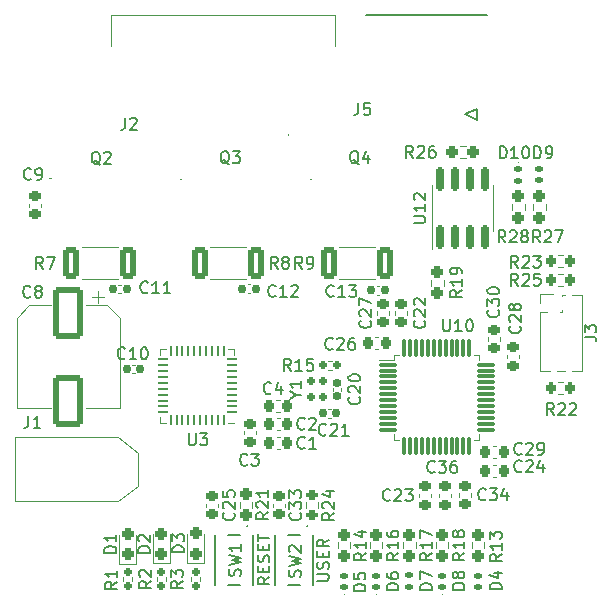
<source format=gto>
G04 #@! TF.GenerationSoftware,KiCad,Pcbnew,6.0.11-2627ca5db0~126~ubuntu20.04.1*
G04 #@! TF.CreationDate,2024-01-15T23:09:37+09:00*
G04 #@! TF.ProjectId,motor_driver,6d6f746f-725f-4647-9269-7665722e6b69,rev?*
G04 #@! TF.SameCoordinates,Original*
G04 #@! TF.FileFunction,Legend,Top*
G04 #@! TF.FilePolarity,Positive*
%FSLAX46Y46*%
G04 Gerber Fmt 4.6, Leading zero omitted, Abs format (unit mm)*
G04 Created by KiCad (PCBNEW 6.0.11-2627ca5db0~126~ubuntu20.04.1) date 2024-01-15 23:09:37*
%MOMM*%
%LPD*%
G01*
G04 APERTURE LIST*
G04 Aperture macros list*
%AMRoundRect*
0 Rectangle with rounded corners*
0 $1 Rounding radius*
0 $2 $3 $4 $5 $6 $7 $8 $9 X,Y pos of 4 corners*
0 Add a 4 corners polygon primitive as box body*
4,1,4,$2,$3,$4,$5,$6,$7,$8,$9,$2,$3,0*
0 Add four circle primitives for the rounded corners*
1,1,$1+$1,$2,$3*
1,1,$1+$1,$4,$5*
1,1,$1+$1,$6,$7*
1,1,$1+$1,$8,$9*
0 Add four rect primitives between the rounded corners*
20,1,$1+$1,$2,$3,$4,$5,0*
20,1,$1+$1,$4,$5,$6,$7,0*
20,1,$1+$1,$6,$7,$8,$9,0*
20,1,$1+$1,$8,$9,$2,$3,0*%
G04 Aperture macros list end*
%ADD10C,0.150000*%
%ADD11C,0.120000*%
%ADD12C,0.100000*%
%ADD13C,0.127000*%
%ADD14C,0.200000*%
%ADD15RoundRect,0.225000X-0.225000X-0.250000X0.225000X-0.250000X0.225000X0.250000X-0.225000X0.250000X0*%
%ADD16RoundRect,0.147500X0.172500X-0.147500X0.172500X0.147500X-0.172500X0.147500X-0.172500X-0.147500X0*%
%ADD17RoundRect,0.250000X-1.000000X1.950000X-1.000000X-1.950000X1.000000X-1.950000X1.000000X1.950000X0*%
%ADD18RoundRect,0.249999X0.450001X1.075001X-0.450001X1.075001X-0.450001X-1.075001X0.450001X-1.075001X0*%
%ADD19RoundRect,0.075000X-0.662500X-0.075000X0.662500X-0.075000X0.662500X0.075000X-0.662500X0.075000X0*%
%ADD20RoundRect,0.075000X-0.075000X-0.662500X0.075000X-0.662500X0.075000X0.662500X-0.075000X0.662500X0*%
%ADD21C,3.600000*%
%ADD22C,6.400000*%
%ADD23RoundRect,0.155000X-0.212500X-0.155000X0.212500X-0.155000X0.212500X0.155000X-0.212500X0.155000X0*%
%ADD24RoundRect,0.155000X0.212500X0.155000X-0.212500X0.155000X-0.212500X-0.155000X0.212500X-0.155000X0*%
%ADD25R,0.800000X2.900000*%
%ADD26R,1.800000X3.800000*%
%ADD27RoundRect,0.225000X-0.250000X0.225000X-0.250000X-0.225000X0.250000X-0.225000X0.250000X0.225000X0*%
%ADD28RoundRect,0.160000X0.197500X0.160000X-0.197500X0.160000X-0.197500X-0.160000X0.197500X-0.160000X0*%
%ADD29RoundRect,0.200000X-0.200000X-0.275000X0.200000X-0.275000X0.200000X0.275000X-0.200000X0.275000X0*%
%ADD30RoundRect,0.237500X0.237500X-0.250000X0.237500X0.250000X-0.237500X0.250000X-0.237500X-0.250000X0*%
%ADD31R,0.650000X1.050000*%
%ADD32RoundRect,0.175000X-0.175000X0.200000X-0.175000X-0.200000X0.175000X-0.200000X0.175000X0.200000X0*%
%ADD33R,0.610000X2.000000*%
%ADD34R,2.680000X3.600000*%
%ADD35RoundRect,0.160000X-0.160000X0.197500X-0.160000X-0.197500X0.160000X-0.197500X0.160000X0.197500X0*%
%ADD36RoundRect,0.200000X-0.275000X0.200000X-0.275000X-0.200000X0.275000X-0.200000X0.275000X0.200000X0*%
%ADD37R,3.800000X3.800000*%
%ADD38C,4.000000*%
%ADD39R,0.800000X0.750000*%
%ADD40R,2.400000X4.200000*%
%ADD41R,0.750000X4.200000*%
%ADD42R,0.550000X3.280000*%
%ADD43RoundRect,0.150000X0.150000X-0.825000X0.150000X0.825000X-0.150000X0.825000X-0.150000X-0.825000X0*%
%ADD44RoundRect,0.237500X0.237500X-0.287500X0.237500X0.287500X-0.237500X0.287500X-0.237500X-0.287500X0*%
%ADD45RoundRect,0.237500X-0.250000X-0.237500X0.250000X-0.237500X0.250000X0.237500X-0.250000X0.237500X0*%
%ADD46R,1.000000X1.000000*%
%ADD47O,1.000000X1.000000*%
%ADD48RoundRect,0.225000X0.250000X-0.225000X0.250000X0.225000X-0.250000X0.225000X-0.250000X-0.225000X0*%
%ADD49RoundRect,0.237500X-0.237500X0.250000X-0.237500X-0.250000X0.237500X-0.250000X0.237500X0.250000X0*%
%ADD50RoundRect,0.147500X-0.172500X0.147500X-0.172500X-0.147500X0.172500X-0.147500X0.172500X0.147500X0*%
%ADD51RoundRect,0.155000X-0.155000X0.212500X-0.155000X-0.212500X0.155000X-0.212500X0.155000X0.212500X0*%
%ADD52RoundRect,0.249999X-0.450001X-1.075001X0.450001X-1.075001X0.450001X1.075001X-0.450001X1.075001X0*%
%ADD53RoundRect,0.225000X0.225000X0.250000X-0.225000X0.250000X-0.225000X-0.250000X0.225000X-0.250000X0*%
%ADD54RoundRect,0.062500X0.350000X0.062500X-0.350000X0.062500X-0.350000X-0.062500X0.350000X-0.062500X0*%
%ADD55RoundRect,0.062500X0.062500X0.350000X-0.062500X0.350000X-0.062500X-0.350000X0.062500X-0.350000X0*%
%ADD56C,0.508000*%
%ADD57R,4.600000X4.600000*%
G04 APERTURE END LIST*
D10*
X112660133Y-107443542D02*
X112612514Y-107491161D01*
X112469657Y-107538780D01*
X112374419Y-107538780D01*
X112231561Y-107491161D01*
X112136323Y-107395923D01*
X112088704Y-107300685D01*
X112041085Y-107110209D01*
X112041085Y-106967352D01*
X112088704Y-106776876D01*
X112136323Y-106681638D01*
X112231561Y-106586400D01*
X112374419Y-106538780D01*
X112469657Y-106538780D01*
X112612514Y-106586400D01*
X112660133Y-106634019D01*
X113517276Y-106872114D02*
X113517276Y-107538780D01*
X113279180Y-106491161D02*
X113041085Y-107205447D01*
X113660133Y-107205447D01*
X126283980Y-124110195D02*
X125283980Y-124110195D01*
X125283980Y-123872100D01*
X125331600Y-123729242D01*
X125426838Y-123634004D01*
X125522076Y-123586385D01*
X125712552Y-123538766D01*
X125855409Y-123538766D01*
X126045885Y-123586385D01*
X126141123Y-123634004D01*
X126236361Y-123729242D01*
X126283980Y-123872100D01*
X126283980Y-124110195D01*
X125283980Y-123205433D02*
X125283980Y-122538766D01*
X126283980Y-122967338D01*
X92289333Y-99264742D02*
X92241714Y-99312361D01*
X92098857Y-99359980D01*
X92003619Y-99359980D01*
X91860761Y-99312361D01*
X91765523Y-99217123D01*
X91717904Y-99121885D01*
X91670285Y-98931409D01*
X91670285Y-98788552D01*
X91717904Y-98598076D01*
X91765523Y-98502838D01*
X91860761Y-98407600D01*
X92003619Y-98359980D01*
X92098857Y-98359980D01*
X92241714Y-98407600D01*
X92289333Y-98455219D01*
X92860761Y-98788552D02*
X92765523Y-98740933D01*
X92717904Y-98693314D01*
X92670285Y-98598076D01*
X92670285Y-98550457D01*
X92717904Y-98455219D01*
X92765523Y-98407600D01*
X92860761Y-98359980D01*
X93051238Y-98359980D01*
X93146476Y-98407600D01*
X93194095Y-98455219D01*
X93241714Y-98550457D01*
X93241714Y-98598076D01*
X93194095Y-98693314D01*
X93146476Y-98740933D01*
X93051238Y-98788552D01*
X92860761Y-98788552D01*
X92765523Y-98836171D01*
X92717904Y-98883790D01*
X92670285Y-98979028D01*
X92670285Y-99169504D01*
X92717904Y-99264742D01*
X92765523Y-99312361D01*
X92860761Y-99359980D01*
X93051238Y-99359980D01*
X93146476Y-99312361D01*
X93194095Y-99264742D01*
X93241714Y-99169504D01*
X93241714Y-98979028D01*
X93194095Y-98883790D01*
X93146476Y-98836171D01*
X93051238Y-98788552D01*
X115297133Y-96922760D02*
X114963800Y-96446570D01*
X114725704Y-96922760D02*
X114725704Y-95922760D01*
X115106657Y-95922760D01*
X115201895Y-95970380D01*
X115249514Y-96017999D01*
X115297133Y-96113237D01*
X115297133Y-96256094D01*
X115249514Y-96351332D01*
X115201895Y-96398951D01*
X115106657Y-96446570D01*
X114725704Y-96446570D01*
X115773323Y-96922760D02*
X115963800Y-96922760D01*
X116059038Y-96875141D01*
X116106657Y-96827522D01*
X116201895Y-96684665D01*
X116249514Y-96494189D01*
X116249514Y-96113237D01*
X116201895Y-96017999D01*
X116154276Y-95970380D01*
X116059038Y-95922760D01*
X115868561Y-95922760D01*
X115773323Y-95970380D01*
X115725704Y-96017999D01*
X115678085Y-96113237D01*
X115678085Y-96351332D01*
X115725704Y-96446570D01*
X115773323Y-96494189D01*
X115868561Y-96541808D01*
X116059038Y-96541808D01*
X116154276Y-96494189D01*
X116201895Y-96446570D01*
X116249514Y-96351332D01*
X127235104Y-101204780D02*
X127235104Y-102014304D01*
X127282723Y-102109542D01*
X127330342Y-102157161D01*
X127425580Y-102204780D01*
X127616057Y-102204780D01*
X127711295Y-102157161D01*
X127758914Y-102109542D01*
X127806533Y-102014304D01*
X127806533Y-101204780D01*
X128806533Y-102204780D02*
X128235104Y-102204780D01*
X128520819Y-102204780D02*
X128520819Y-101204780D01*
X128425580Y-101347638D01*
X128330342Y-101442876D01*
X128235104Y-101490495D01*
X129425580Y-101204780D02*
X129520819Y-101204780D01*
X129616057Y-101252400D01*
X129663676Y-101300019D01*
X129711295Y-101395257D01*
X129758914Y-101585733D01*
X129758914Y-101823828D01*
X129711295Y-102014304D01*
X129663676Y-102109542D01*
X129616057Y-102157161D01*
X129520819Y-102204780D01*
X129425580Y-102204780D01*
X129330342Y-102157161D01*
X129282723Y-102109542D01*
X129235104Y-102014304D01*
X129187485Y-101823828D01*
X129187485Y-101585733D01*
X129235104Y-101395257D01*
X129282723Y-101300019D01*
X129330342Y-101252400D01*
X129425580Y-101204780D01*
X115504933Y-112066342D02*
X115457314Y-112113961D01*
X115314457Y-112161580D01*
X115219219Y-112161580D01*
X115076361Y-112113961D01*
X114981123Y-112018723D01*
X114933504Y-111923485D01*
X114885885Y-111733009D01*
X114885885Y-111590152D01*
X114933504Y-111399676D01*
X114981123Y-111304438D01*
X115076361Y-111209200D01*
X115219219Y-111161580D01*
X115314457Y-111161580D01*
X115457314Y-111209200D01*
X115504933Y-111256819D01*
X116457314Y-112161580D02*
X115885885Y-112161580D01*
X116171600Y-112161580D02*
X116171600Y-111161580D01*
X116076361Y-111304438D01*
X115981123Y-111399676D01*
X115885885Y-111447295D01*
X117968342Y-99215122D02*
X117920723Y-99262741D01*
X117777866Y-99310360D01*
X117682628Y-99310360D01*
X117539771Y-99262741D01*
X117444533Y-99167503D01*
X117396914Y-99072265D01*
X117349295Y-98881789D01*
X117349295Y-98738932D01*
X117396914Y-98548456D01*
X117444533Y-98453218D01*
X117539771Y-98357980D01*
X117682628Y-98310360D01*
X117777866Y-98310360D01*
X117920723Y-98357980D01*
X117968342Y-98405599D01*
X118920723Y-99310360D02*
X118349295Y-99310360D01*
X118635009Y-99310360D02*
X118635009Y-98310360D01*
X118539771Y-98453218D01*
X118444533Y-98548456D01*
X118349295Y-98596075D01*
X119254057Y-98310360D02*
X119873104Y-98310360D01*
X119539771Y-98691313D01*
X119682628Y-98691313D01*
X119777866Y-98738932D01*
X119825485Y-98786551D01*
X119873104Y-98881789D01*
X119873104Y-99119884D01*
X119825485Y-99215122D01*
X119777866Y-99262741D01*
X119682628Y-99310360D01*
X119396914Y-99310360D01*
X119301676Y-99262741D01*
X119254057Y-99215122D01*
X102222742Y-98909142D02*
X102175123Y-98956761D01*
X102032266Y-99004380D01*
X101937028Y-99004380D01*
X101794171Y-98956761D01*
X101698933Y-98861523D01*
X101651314Y-98766285D01*
X101603695Y-98575809D01*
X101603695Y-98432952D01*
X101651314Y-98242476D01*
X101698933Y-98147238D01*
X101794171Y-98052000D01*
X101937028Y-98004380D01*
X102032266Y-98004380D01*
X102175123Y-98052000D01*
X102222742Y-98099619D01*
X103175123Y-99004380D02*
X102603695Y-99004380D01*
X102889409Y-99004380D02*
X102889409Y-98004380D01*
X102794171Y-98147238D01*
X102698933Y-98242476D01*
X102603695Y-98290095D01*
X104127504Y-99004380D02*
X103556076Y-99004380D01*
X103841790Y-99004380D02*
X103841790Y-98004380D01*
X103746552Y-98147238D01*
X103651314Y-98242476D01*
X103556076Y-98290095D01*
X120062666Y-82905080D02*
X120062666Y-83619366D01*
X120015047Y-83762223D01*
X119919809Y-83857461D01*
X119776952Y-83905080D01*
X119681714Y-83905080D01*
X121015047Y-82905080D02*
X120538857Y-82905080D01*
X120491238Y-83381271D01*
X120538857Y-83333652D01*
X120634095Y-83286033D01*
X120872190Y-83286033D01*
X120967428Y-83333652D01*
X121015047Y-83381271D01*
X121062666Y-83476509D01*
X121062666Y-83714604D01*
X121015047Y-83809842D01*
X120967428Y-83857461D01*
X120872190Y-83905080D01*
X120634095Y-83905080D01*
X120538857Y-83857461D01*
X120491238Y-83809842D01*
X130827542Y-116435142D02*
X130779923Y-116482761D01*
X130637066Y-116530380D01*
X130541828Y-116530380D01*
X130398971Y-116482761D01*
X130303733Y-116387523D01*
X130256114Y-116292285D01*
X130208495Y-116101809D01*
X130208495Y-115958952D01*
X130256114Y-115768476D01*
X130303733Y-115673238D01*
X130398971Y-115578000D01*
X130541828Y-115530380D01*
X130637066Y-115530380D01*
X130779923Y-115578000D01*
X130827542Y-115625619D01*
X131160876Y-115530380D02*
X131779923Y-115530380D01*
X131446590Y-115911333D01*
X131589447Y-115911333D01*
X131684685Y-115958952D01*
X131732304Y-116006571D01*
X131779923Y-116101809D01*
X131779923Y-116339904D01*
X131732304Y-116435142D01*
X131684685Y-116482761D01*
X131589447Y-116530380D01*
X131303733Y-116530380D01*
X131208495Y-116482761D01*
X131160876Y-116435142D01*
X132637066Y-115863714D02*
X132637066Y-116530380D01*
X132398971Y-115482761D02*
X132160876Y-116197047D01*
X132779923Y-116197047D01*
X114343992Y-105557580D02*
X114010659Y-105081390D01*
X113772564Y-105557580D02*
X113772564Y-104557580D01*
X114153516Y-104557580D01*
X114248754Y-104605200D01*
X114296373Y-104652819D01*
X114343992Y-104748057D01*
X114343992Y-104890914D01*
X114296373Y-104986152D01*
X114248754Y-105033771D01*
X114153516Y-105081390D01*
X113772564Y-105081390D01*
X115296373Y-105557580D02*
X114724945Y-105557580D01*
X115010659Y-105557580D02*
X115010659Y-104557580D01*
X114915421Y-104700438D01*
X114820183Y-104795676D01*
X114724945Y-104843295D01*
X116201135Y-104557580D02*
X115724945Y-104557580D01*
X115677326Y-105033771D01*
X115724945Y-104986152D01*
X115820183Y-104938533D01*
X116058278Y-104938533D01*
X116153516Y-104986152D01*
X116201135Y-105033771D01*
X116248754Y-105129009D01*
X116248754Y-105367104D01*
X116201135Y-105462342D01*
X116153516Y-105509961D01*
X116058278Y-105557580D01*
X115820183Y-105557580D01*
X115724945Y-105509961D01*
X115677326Y-105462342D01*
X133570742Y-98343980D02*
X133237409Y-97867790D01*
X132999314Y-98343980D02*
X132999314Y-97343980D01*
X133380266Y-97343980D01*
X133475504Y-97391600D01*
X133523123Y-97439219D01*
X133570742Y-97534457D01*
X133570742Y-97677314D01*
X133523123Y-97772552D01*
X133475504Y-97820171D01*
X133380266Y-97867790D01*
X132999314Y-97867790D01*
X133951695Y-97439219D02*
X133999314Y-97391600D01*
X134094552Y-97343980D01*
X134332647Y-97343980D01*
X134427885Y-97391600D01*
X134475504Y-97439219D01*
X134523123Y-97534457D01*
X134523123Y-97629695D01*
X134475504Y-97772552D01*
X133904076Y-98343980D01*
X134523123Y-98343980D01*
X135427885Y-97343980D02*
X134951695Y-97343980D01*
X134904076Y-97820171D01*
X134951695Y-97772552D01*
X135046933Y-97724933D01*
X135285028Y-97724933D01*
X135380266Y-97772552D01*
X135427885Y-97820171D01*
X135475504Y-97915409D01*
X135475504Y-98153504D01*
X135427885Y-98248742D01*
X135380266Y-98296361D01*
X135285028Y-98343980D01*
X135046933Y-98343980D01*
X134951695Y-98296361D01*
X134904076Y-98248742D01*
X135450342Y-94686380D02*
X135117009Y-94210190D01*
X134878914Y-94686380D02*
X134878914Y-93686380D01*
X135259866Y-93686380D01*
X135355104Y-93734000D01*
X135402723Y-93781619D01*
X135450342Y-93876857D01*
X135450342Y-94019714D01*
X135402723Y-94114952D01*
X135355104Y-94162571D01*
X135259866Y-94210190D01*
X134878914Y-94210190D01*
X135831295Y-93781619D02*
X135878914Y-93734000D01*
X135974152Y-93686380D01*
X136212247Y-93686380D01*
X136307485Y-93734000D01*
X136355104Y-93781619D01*
X136402723Y-93876857D01*
X136402723Y-93972095D01*
X136355104Y-94114952D01*
X135783676Y-94686380D01*
X136402723Y-94686380D01*
X136736057Y-93686380D02*
X137402723Y-93686380D01*
X136974152Y-94686380D01*
X117314742Y-110948742D02*
X117267123Y-110996361D01*
X117124266Y-111043980D01*
X117029028Y-111043980D01*
X116886171Y-110996361D01*
X116790933Y-110901123D01*
X116743314Y-110805885D01*
X116695695Y-110615409D01*
X116695695Y-110472552D01*
X116743314Y-110282076D01*
X116790933Y-110186838D01*
X116886171Y-110091600D01*
X117029028Y-110043980D01*
X117124266Y-110043980D01*
X117267123Y-110091600D01*
X117314742Y-110139219D01*
X117695695Y-110139219D02*
X117743314Y-110091600D01*
X117838552Y-110043980D01*
X118076647Y-110043980D01*
X118171885Y-110091600D01*
X118219504Y-110139219D01*
X118267123Y-110234457D01*
X118267123Y-110329695D01*
X118219504Y-110472552D01*
X117648076Y-111043980D01*
X118267123Y-111043980D01*
X119219504Y-111043980D02*
X118648076Y-111043980D01*
X118933790Y-111043980D02*
X118933790Y-110043980D01*
X118838552Y-110186838D01*
X118743314Y-110282076D01*
X118648076Y-110329695D01*
X110031161Y-122913363D02*
X110078780Y-122770506D01*
X110078780Y-122532410D01*
X110031161Y-122437172D01*
X109983542Y-122389553D01*
X109888304Y-122341934D01*
X109793066Y-122341934D01*
X109697828Y-122389553D01*
X109650209Y-122437172D01*
X109602590Y-122532410D01*
X109554971Y-122722887D01*
X109507352Y-122818125D01*
X109459733Y-122865744D01*
X109364495Y-122913363D01*
X109269257Y-122913363D01*
X109174019Y-122865744D01*
X109126400Y-122818125D01*
X109078780Y-122722887D01*
X109078780Y-122484791D01*
X109126400Y-122341934D01*
X109078780Y-122008601D02*
X110078780Y-121770506D01*
X109364495Y-121580030D01*
X110078780Y-121389553D01*
X109078780Y-121151458D01*
X110078780Y-120246696D02*
X110078780Y-120818125D01*
X110078780Y-120532410D02*
X109078780Y-120532410D01*
X109221638Y-120627649D01*
X109316876Y-120722887D01*
X109364495Y-120818125D01*
X112517180Y-123032410D02*
X112040990Y-123365744D01*
X112517180Y-123603839D02*
X111517180Y-123603839D01*
X111517180Y-123222887D01*
X111564800Y-123127649D01*
X111612419Y-123080030D01*
X111707657Y-123032410D01*
X111850514Y-123032410D01*
X111945752Y-123080030D01*
X111993371Y-123127649D01*
X112040990Y-123222887D01*
X112040990Y-123603839D01*
X111993371Y-122603839D02*
X111993371Y-122270506D01*
X112517180Y-122127649D02*
X112517180Y-122603839D01*
X111517180Y-122603839D01*
X111517180Y-122127649D01*
X112469561Y-121746696D02*
X112517180Y-121603839D01*
X112517180Y-121365744D01*
X112469561Y-121270506D01*
X112421942Y-121222887D01*
X112326704Y-121175268D01*
X112231466Y-121175268D01*
X112136228Y-121222887D01*
X112088609Y-121270506D01*
X112040990Y-121365744D01*
X111993371Y-121556220D01*
X111945752Y-121651458D01*
X111898133Y-121699077D01*
X111802895Y-121746696D01*
X111707657Y-121746696D01*
X111612419Y-121699077D01*
X111564800Y-121651458D01*
X111517180Y-121556220D01*
X111517180Y-121318125D01*
X111564800Y-121175268D01*
X111993371Y-120746696D02*
X111993371Y-120413363D01*
X112517180Y-120270506D02*
X112517180Y-120746696D01*
X111517180Y-120746696D01*
X111517180Y-120270506D01*
X111517180Y-119984791D02*
X111517180Y-119413363D01*
X112517180Y-119699077D02*
X111517180Y-119699077D01*
X114759840Y-107613390D02*
X115236030Y-107613390D01*
X114236030Y-107946723D02*
X114759840Y-107613390D01*
X114236030Y-107280057D01*
X115236030Y-106422914D02*
X115236030Y-106994342D01*
X115236030Y-106708628D02*
X114236030Y-106708628D01*
X114378888Y-106803866D01*
X114474126Y-106899104D01*
X114521745Y-106994342D01*
X132503942Y-94686380D02*
X132170609Y-94210190D01*
X131932514Y-94686380D02*
X131932514Y-93686380D01*
X132313466Y-93686380D01*
X132408704Y-93734000D01*
X132456323Y-93781619D01*
X132503942Y-93876857D01*
X132503942Y-94019714D01*
X132456323Y-94114952D01*
X132408704Y-94162571D01*
X132313466Y-94210190D01*
X131932514Y-94210190D01*
X132884895Y-93781619D02*
X132932514Y-93734000D01*
X133027752Y-93686380D01*
X133265847Y-93686380D01*
X133361085Y-93734000D01*
X133408704Y-93781619D01*
X133456323Y-93876857D01*
X133456323Y-93972095D01*
X133408704Y-94114952D01*
X132837276Y-94686380D01*
X133456323Y-94686380D01*
X134027752Y-94114952D02*
X133932514Y-94067333D01*
X133884895Y-94019714D01*
X133837276Y-93924476D01*
X133837276Y-93876857D01*
X133884895Y-93781619D01*
X133932514Y-93734000D01*
X134027752Y-93686380D01*
X134218228Y-93686380D01*
X134313466Y-93734000D01*
X134361085Y-93781619D01*
X134408704Y-93876857D01*
X134408704Y-93924476D01*
X134361085Y-94019714D01*
X134313466Y-94067333D01*
X134218228Y-94114952D01*
X134027752Y-94114952D01*
X133932514Y-94162571D01*
X133884895Y-94210190D01*
X133837276Y-94305428D01*
X133837276Y-94495904D01*
X133884895Y-94591142D01*
X133932514Y-94638761D01*
X134027752Y-94686380D01*
X134218228Y-94686380D01*
X134313466Y-94638761D01*
X134361085Y-94591142D01*
X134408704Y-94495904D01*
X134408704Y-94305428D01*
X134361085Y-94210190D01*
X134313466Y-94162571D01*
X134218228Y-94114952D01*
X100301466Y-84135980D02*
X100301466Y-84850266D01*
X100253847Y-84993123D01*
X100158609Y-85088361D01*
X100015752Y-85135980D01*
X99920514Y-85135980D01*
X100730038Y-84231219D02*
X100777657Y-84183600D01*
X100872895Y-84135980D01*
X101110990Y-84135980D01*
X101206228Y-84183600D01*
X101253847Y-84231219D01*
X101301466Y-84326457D01*
X101301466Y-84421695D01*
X101253847Y-84564552D01*
X100682419Y-85135980D01*
X101301466Y-85135980D01*
X105201980Y-123372566D02*
X104725790Y-123705900D01*
X105201980Y-123943995D02*
X104201980Y-123943995D01*
X104201980Y-123563042D01*
X104249600Y-123467804D01*
X104297219Y-123420185D01*
X104392457Y-123372566D01*
X104535314Y-123372566D01*
X104630552Y-123420185D01*
X104678171Y-123467804D01*
X104725790Y-123563042D01*
X104725790Y-123943995D01*
X104201980Y-123039233D02*
X104201980Y-122420185D01*
X104582933Y-122753519D01*
X104582933Y-122610661D01*
X104630552Y-122515423D01*
X104678171Y-122467804D01*
X104773409Y-122420185D01*
X105011504Y-122420185D01*
X105106742Y-122467804D01*
X105154361Y-122515423D01*
X105201980Y-122610661D01*
X105201980Y-122896376D01*
X105154361Y-122991614D01*
X105106742Y-123039233D01*
X133875542Y-112574342D02*
X133827923Y-112621961D01*
X133685066Y-112669580D01*
X133589828Y-112669580D01*
X133446971Y-112621961D01*
X133351733Y-112526723D01*
X133304114Y-112431485D01*
X133256495Y-112241009D01*
X133256495Y-112098152D01*
X133304114Y-111907676D01*
X133351733Y-111812438D01*
X133446971Y-111717200D01*
X133589828Y-111669580D01*
X133685066Y-111669580D01*
X133827923Y-111717200D01*
X133875542Y-111764819D01*
X134256495Y-111764819D02*
X134304114Y-111717200D01*
X134399352Y-111669580D01*
X134637447Y-111669580D01*
X134732685Y-111717200D01*
X134780304Y-111764819D01*
X134827923Y-111860057D01*
X134827923Y-111955295D01*
X134780304Y-112098152D01*
X134208876Y-112669580D01*
X134827923Y-112669580D01*
X135304114Y-112669580D02*
X135494590Y-112669580D01*
X135589828Y-112621961D01*
X135637447Y-112574342D01*
X135732685Y-112431485D01*
X135780304Y-112241009D01*
X135780304Y-111860057D01*
X135732685Y-111764819D01*
X135685066Y-111717200D01*
X135589828Y-111669580D01*
X135399352Y-111669580D01*
X135304114Y-111717200D01*
X135256495Y-111764819D01*
X135208876Y-111860057D01*
X135208876Y-112098152D01*
X135256495Y-112193390D01*
X135304114Y-112241009D01*
X135399352Y-112288628D01*
X135589828Y-112288628D01*
X135685066Y-112241009D01*
X135732685Y-112193390D01*
X135780304Y-112098152D01*
X118011180Y-117584457D02*
X117534990Y-117917790D01*
X118011180Y-118155885D02*
X117011180Y-118155885D01*
X117011180Y-117774933D01*
X117058800Y-117679695D01*
X117106419Y-117632076D01*
X117201657Y-117584457D01*
X117344514Y-117584457D01*
X117439752Y-117632076D01*
X117487371Y-117679695D01*
X117534990Y-117774933D01*
X117534990Y-118155885D01*
X117106419Y-117203504D02*
X117058800Y-117155885D01*
X117011180Y-117060647D01*
X117011180Y-116822552D01*
X117058800Y-116727314D01*
X117106419Y-116679695D01*
X117201657Y-116632076D01*
X117296895Y-116632076D01*
X117439752Y-116679695D01*
X118011180Y-117251123D01*
X118011180Y-116632076D01*
X117344514Y-115774933D02*
X118011180Y-115774933D01*
X116963561Y-116013028D02*
X117677847Y-116251123D01*
X117677847Y-115632076D01*
X92122666Y-109383580D02*
X92122666Y-110097866D01*
X92075047Y-110240723D01*
X91979809Y-110335961D01*
X91836952Y-110383580D01*
X91741714Y-110383580D01*
X93122666Y-110383580D02*
X92551238Y-110383580D01*
X92836952Y-110383580D02*
X92836952Y-109383580D01*
X92741714Y-109526438D01*
X92646476Y-109621676D01*
X92551238Y-109669295D01*
X109124761Y-88076019D02*
X109029523Y-88028400D01*
X108934285Y-87933161D01*
X108791428Y-87790304D01*
X108696190Y-87742685D01*
X108600952Y-87742685D01*
X108648571Y-87980780D02*
X108553333Y-87933161D01*
X108458095Y-87837923D01*
X108410476Y-87647447D01*
X108410476Y-87314114D01*
X108458095Y-87123638D01*
X108553333Y-87028400D01*
X108648571Y-86980780D01*
X108839047Y-86980780D01*
X108934285Y-87028400D01*
X109029523Y-87123638D01*
X109077142Y-87314114D01*
X109077142Y-87647447D01*
X109029523Y-87837923D01*
X108934285Y-87933161D01*
X108839047Y-87980780D01*
X108648571Y-87980780D01*
X109410476Y-86980780D02*
X110029523Y-86980780D01*
X109696190Y-87361733D01*
X109839047Y-87361733D01*
X109934285Y-87409352D01*
X109981904Y-87456971D01*
X110029523Y-87552209D01*
X110029523Y-87790304D01*
X109981904Y-87885542D01*
X109934285Y-87933161D01*
X109839047Y-87980780D01*
X109553333Y-87980780D01*
X109458095Y-87933161D01*
X109410476Y-87885542D01*
X124725180Y-93033695D02*
X125534704Y-93033695D01*
X125629942Y-92986076D01*
X125677561Y-92938457D01*
X125725180Y-92843219D01*
X125725180Y-92652742D01*
X125677561Y-92557504D01*
X125629942Y-92509885D01*
X125534704Y-92462266D01*
X124725180Y-92462266D01*
X125725180Y-91462266D02*
X125725180Y-92033695D01*
X125725180Y-91747980D02*
X124725180Y-91747980D01*
X124868038Y-91843219D01*
X124963276Y-91938457D01*
X125010895Y-92033695D01*
X124820419Y-91081314D02*
X124772800Y-91033695D01*
X124725180Y-90938457D01*
X124725180Y-90700361D01*
X124772800Y-90605123D01*
X124820419Y-90557504D01*
X124915657Y-90509885D01*
X125010895Y-90509885D01*
X125153752Y-90557504D01*
X125725180Y-91128933D01*
X125725180Y-90509885D01*
X105295980Y-120919495D02*
X104295980Y-120919495D01*
X104295980Y-120681400D01*
X104343600Y-120538542D01*
X104438838Y-120443304D01*
X104534076Y-120395685D01*
X104724552Y-120348066D01*
X104867409Y-120348066D01*
X105057885Y-120395685D01*
X105153123Y-120443304D01*
X105248361Y-120538542D01*
X105295980Y-120681400D01*
X105295980Y-120919495D01*
X104295980Y-120014733D02*
X104295980Y-119395685D01*
X104676933Y-119729019D01*
X104676933Y-119586161D01*
X104724552Y-119490923D01*
X104772171Y-119443304D01*
X104867409Y-119395685D01*
X105105504Y-119395685D01*
X105200742Y-119443304D01*
X105248361Y-119490923D01*
X105295980Y-119586161D01*
X105295980Y-119871876D01*
X105248361Y-119967114D01*
X105200742Y-120014733D01*
X128823980Y-98737657D02*
X128347790Y-99070990D01*
X128823980Y-99309085D02*
X127823980Y-99309085D01*
X127823980Y-98928133D01*
X127871600Y-98832895D01*
X127919219Y-98785276D01*
X128014457Y-98737657D01*
X128157314Y-98737657D01*
X128252552Y-98785276D01*
X128300171Y-98832895D01*
X128347790Y-98928133D01*
X128347790Y-99309085D01*
X128823980Y-97785276D02*
X128823980Y-98356704D01*
X128823980Y-98070990D02*
X127823980Y-98070990D01*
X127966838Y-98166228D01*
X128062076Y-98261466D01*
X128109695Y-98356704D01*
X128823980Y-97309085D02*
X128823980Y-97118609D01*
X128776361Y-97023371D01*
X128728742Y-96975752D01*
X128585885Y-96880514D01*
X128395409Y-96832895D01*
X128014457Y-96832895D01*
X127919219Y-96880514D01*
X127871600Y-96928133D01*
X127823980Y-97023371D01*
X127823980Y-97213847D01*
X127871600Y-97309085D01*
X127919219Y-97356704D01*
X128014457Y-97404323D01*
X128252552Y-97404323D01*
X128347790Y-97356704D01*
X128395409Y-97309085D01*
X128443028Y-97213847D01*
X128443028Y-97023371D01*
X128395409Y-96928133D01*
X128347790Y-96880514D01*
X128252552Y-96832895D01*
X124680742Y-87523580D02*
X124347409Y-87047390D01*
X124109314Y-87523580D02*
X124109314Y-86523580D01*
X124490266Y-86523580D01*
X124585504Y-86571200D01*
X124633123Y-86618819D01*
X124680742Y-86714057D01*
X124680742Y-86856914D01*
X124633123Y-86952152D01*
X124585504Y-86999771D01*
X124490266Y-87047390D01*
X124109314Y-87047390D01*
X125061695Y-86618819D02*
X125109314Y-86571200D01*
X125204552Y-86523580D01*
X125442647Y-86523580D01*
X125537885Y-86571200D01*
X125585504Y-86618819D01*
X125633123Y-86714057D01*
X125633123Y-86809295D01*
X125585504Y-86952152D01*
X125014076Y-87523580D01*
X125633123Y-87523580D01*
X126490266Y-86523580D02*
X126299790Y-86523580D01*
X126204552Y-86571200D01*
X126156933Y-86618819D01*
X126061695Y-86761676D01*
X126014076Y-86952152D01*
X126014076Y-87333104D01*
X126061695Y-87428342D01*
X126109314Y-87475961D01*
X126204552Y-87523580D01*
X126395028Y-87523580D01*
X126490266Y-87475961D01*
X126537885Y-87428342D01*
X126585504Y-87333104D01*
X126585504Y-87095009D01*
X126537885Y-86999771D01*
X126490266Y-86952152D01*
X126395028Y-86904533D01*
X126204552Y-86904533D01*
X126109314Y-86952152D01*
X126061695Y-86999771D01*
X126014076Y-87095009D01*
X132176780Y-121089657D02*
X131700590Y-121422990D01*
X132176780Y-121661085D02*
X131176780Y-121661085D01*
X131176780Y-121280133D01*
X131224400Y-121184895D01*
X131272019Y-121137276D01*
X131367257Y-121089657D01*
X131510114Y-121089657D01*
X131605352Y-121137276D01*
X131652971Y-121184895D01*
X131700590Y-121280133D01*
X131700590Y-121661085D01*
X132176780Y-120137276D02*
X132176780Y-120708704D01*
X132176780Y-120422990D02*
X131176780Y-120422990D01*
X131319638Y-120518228D01*
X131414876Y-120613466D01*
X131462495Y-120708704D01*
X131176780Y-119803942D02*
X131176780Y-119184895D01*
X131557733Y-119518228D01*
X131557733Y-119375371D01*
X131605352Y-119280133D01*
X131652971Y-119232514D01*
X131748209Y-119184895D01*
X131986304Y-119184895D01*
X132081542Y-119232514D01*
X132129161Y-119280133D01*
X132176780Y-119375371D01*
X132176780Y-119661085D01*
X132129161Y-119756323D01*
X132081542Y-119803942D01*
X126509542Y-114098342D02*
X126461923Y-114145961D01*
X126319066Y-114193580D01*
X126223828Y-114193580D01*
X126080971Y-114145961D01*
X125985733Y-114050723D01*
X125938114Y-113955485D01*
X125890495Y-113765009D01*
X125890495Y-113622152D01*
X125938114Y-113431676D01*
X125985733Y-113336438D01*
X126080971Y-113241200D01*
X126223828Y-113193580D01*
X126319066Y-113193580D01*
X126461923Y-113241200D01*
X126509542Y-113288819D01*
X126842876Y-113193580D02*
X127461923Y-113193580D01*
X127128590Y-113574533D01*
X127271447Y-113574533D01*
X127366685Y-113622152D01*
X127414304Y-113669771D01*
X127461923Y-113765009D01*
X127461923Y-114003104D01*
X127414304Y-114098342D01*
X127366685Y-114145961D01*
X127271447Y-114193580D01*
X126985733Y-114193580D01*
X126890495Y-114145961D01*
X126842876Y-114098342D01*
X128319066Y-113193580D02*
X128128590Y-113193580D01*
X128033352Y-113241200D01*
X127985733Y-113288819D01*
X127890495Y-113431676D01*
X127842876Y-113622152D01*
X127842876Y-114003104D01*
X127890495Y-114098342D01*
X127938114Y-114145961D01*
X128033352Y-114193580D01*
X128223828Y-114193580D01*
X128319066Y-114145961D01*
X128366685Y-114098342D01*
X128414304Y-114003104D01*
X128414304Y-113765009D01*
X128366685Y-113669771D01*
X128319066Y-113622152D01*
X128223828Y-113574533D01*
X128033352Y-113574533D01*
X127938114Y-113622152D01*
X127890495Y-113669771D01*
X127842876Y-113765009D01*
X139203180Y-102695333D02*
X139917466Y-102695333D01*
X140060323Y-102742952D01*
X140155561Y-102838190D01*
X140203180Y-102981047D01*
X140203180Y-103076285D01*
X139203180Y-102314380D02*
X139203180Y-101695333D01*
X139584133Y-102028666D01*
X139584133Y-101885809D01*
X139631752Y-101790571D01*
X139679371Y-101742952D01*
X139774609Y-101695333D01*
X140012704Y-101695333D01*
X140107942Y-101742952D01*
X140155561Y-101790571D01*
X140203180Y-101885809D01*
X140203180Y-102171523D01*
X140155561Y-102266761D01*
X140107942Y-102314380D01*
X133570742Y-96819980D02*
X133237409Y-96343790D01*
X132999314Y-96819980D02*
X132999314Y-95819980D01*
X133380266Y-95819980D01*
X133475504Y-95867600D01*
X133523123Y-95915219D01*
X133570742Y-96010457D01*
X133570742Y-96153314D01*
X133523123Y-96248552D01*
X133475504Y-96296171D01*
X133380266Y-96343790D01*
X132999314Y-96343790D01*
X133951695Y-95915219D02*
X133999314Y-95867600D01*
X134094552Y-95819980D01*
X134332647Y-95819980D01*
X134427885Y-95867600D01*
X134475504Y-95915219D01*
X134523123Y-96010457D01*
X134523123Y-96105695D01*
X134475504Y-96248552D01*
X133904076Y-96819980D01*
X134523123Y-96819980D01*
X134856457Y-95819980D02*
X135475504Y-95819980D01*
X135142171Y-96200933D01*
X135285028Y-96200933D01*
X135380266Y-96248552D01*
X135427885Y-96296171D01*
X135475504Y-96391409D01*
X135475504Y-96629504D01*
X135427885Y-96724742D01*
X135380266Y-96772361D01*
X135285028Y-96819980D01*
X134999314Y-96819980D01*
X134904076Y-96772361D01*
X134856457Y-96724742D01*
X92335733Y-89307942D02*
X92288114Y-89355561D01*
X92145257Y-89403180D01*
X92050019Y-89403180D01*
X91907161Y-89355561D01*
X91811923Y-89260323D01*
X91764304Y-89165085D01*
X91716685Y-88974609D01*
X91716685Y-88831752D01*
X91764304Y-88641276D01*
X91811923Y-88546038D01*
X91907161Y-88450800D01*
X92050019Y-88403180D01*
X92145257Y-88403180D01*
X92288114Y-88450800D01*
X92335733Y-88498419D01*
X92811923Y-89403180D02*
X93002400Y-89403180D01*
X93097638Y-89355561D01*
X93145257Y-89307942D01*
X93240495Y-89165085D01*
X93288114Y-88974609D01*
X93288114Y-88593657D01*
X93240495Y-88498419D01*
X93192876Y-88450800D01*
X93097638Y-88403180D01*
X92907161Y-88403180D01*
X92811923Y-88450800D01*
X92764304Y-88498419D01*
X92716685Y-88593657D01*
X92716685Y-88831752D01*
X92764304Y-88926990D01*
X92811923Y-88974609D01*
X92907161Y-89022228D01*
X93097638Y-89022228D01*
X93192876Y-88974609D01*
X93240495Y-88926990D01*
X93288114Y-88831752D01*
X112423180Y-117542342D02*
X111946990Y-117875675D01*
X112423180Y-118113770D02*
X111423180Y-118113770D01*
X111423180Y-117732818D01*
X111470800Y-117637580D01*
X111518419Y-117589961D01*
X111613657Y-117542342D01*
X111756514Y-117542342D01*
X111851752Y-117589961D01*
X111899371Y-117637580D01*
X111946990Y-117732818D01*
X111946990Y-118113770D01*
X111518419Y-117161389D02*
X111470800Y-117113770D01*
X111423180Y-117018532D01*
X111423180Y-116780437D01*
X111470800Y-116685199D01*
X111518419Y-116637580D01*
X111613657Y-116589961D01*
X111708895Y-116589961D01*
X111851752Y-116637580D01*
X112423180Y-117209008D01*
X112423180Y-116589961D01*
X112423180Y-115637580D02*
X112423180Y-116209008D01*
X112423180Y-115923294D02*
X111423180Y-115923294D01*
X111566038Y-116018532D01*
X111661276Y-116113770D01*
X111708895Y-116209008D01*
X131878342Y-100414057D02*
X131925961Y-100461676D01*
X131973580Y-100604533D01*
X131973580Y-100699771D01*
X131925961Y-100842628D01*
X131830723Y-100937866D01*
X131735485Y-100985485D01*
X131545009Y-101033104D01*
X131402152Y-101033104D01*
X131211676Y-100985485D01*
X131116438Y-100937866D01*
X131021200Y-100842628D01*
X130973580Y-100699771D01*
X130973580Y-100604533D01*
X131021200Y-100461676D01*
X131068819Y-100414057D01*
X130973580Y-100080723D02*
X130973580Y-99461676D01*
X131354533Y-99795009D01*
X131354533Y-99652152D01*
X131402152Y-99556914D01*
X131449771Y-99509295D01*
X131545009Y-99461676D01*
X131783104Y-99461676D01*
X131878342Y-99509295D01*
X131925961Y-99556914D01*
X131973580Y-99652152D01*
X131973580Y-99937866D01*
X131925961Y-100033104D01*
X131878342Y-100080723D01*
X130973580Y-98842628D02*
X130973580Y-98747390D01*
X131021200Y-98652152D01*
X131068819Y-98604533D01*
X131164057Y-98556914D01*
X131354533Y-98509295D01*
X131592628Y-98509295D01*
X131783104Y-98556914D01*
X131878342Y-98604533D01*
X131925961Y-98652152D01*
X131973580Y-98747390D01*
X131973580Y-98842628D01*
X131925961Y-98937866D01*
X131878342Y-98985485D01*
X131783104Y-99033104D01*
X131592628Y-99080723D01*
X131354533Y-99080723D01*
X131164057Y-99033104D01*
X131068819Y-98985485D01*
X131021200Y-98937866D01*
X130973580Y-98842628D01*
X126256680Y-120989957D02*
X125780490Y-121323290D01*
X126256680Y-121561385D02*
X125256680Y-121561385D01*
X125256680Y-121180433D01*
X125304300Y-121085195D01*
X125351919Y-121037576D01*
X125447157Y-120989957D01*
X125590014Y-120989957D01*
X125685252Y-121037576D01*
X125732871Y-121085195D01*
X125780490Y-121180433D01*
X125780490Y-121561385D01*
X126256680Y-120037576D02*
X126256680Y-120609004D01*
X126256680Y-120323290D02*
X125256680Y-120323290D01*
X125399538Y-120418528D01*
X125494776Y-120513766D01*
X125542395Y-120609004D01*
X125256680Y-119704242D02*
X125256680Y-119037576D01*
X126256680Y-119466147D01*
X129034780Y-120989957D02*
X128558590Y-121323290D01*
X129034780Y-121561385D02*
X128034780Y-121561385D01*
X128034780Y-121180433D01*
X128082400Y-121085195D01*
X128130019Y-121037576D01*
X128225257Y-120989957D01*
X128368114Y-120989957D01*
X128463352Y-121037576D01*
X128510971Y-121085195D01*
X128558590Y-121180433D01*
X128558590Y-121561385D01*
X129034780Y-120037576D02*
X129034780Y-120609004D01*
X129034780Y-120323290D02*
X128034780Y-120323290D01*
X128177638Y-120418528D01*
X128272876Y-120513766D01*
X128320495Y-120609004D01*
X128463352Y-119466147D02*
X128415733Y-119561385D01*
X128368114Y-119609004D01*
X128272876Y-119656623D01*
X128225257Y-119656623D01*
X128130019Y-119609004D01*
X128082400Y-119561385D01*
X128034780Y-119466147D01*
X128034780Y-119275671D01*
X128082400Y-119180433D01*
X128130019Y-119132814D01*
X128225257Y-119085195D01*
X128272876Y-119085195D01*
X128368114Y-119132814D01*
X128415733Y-119180433D01*
X128463352Y-119275671D01*
X128463352Y-119466147D01*
X128510971Y-119561385D01*
X128558590Y-119609004D01*
X128653828Y-119656623D01*
X128844304Y-119656623D01*
X128939542Y-119609004D01*
X128987161Y-119561385D01*
X129034780Y-119466147D01*
X129034780Y-119275671D01*
X128987161Y-119180433D01*
X128939542Y-119132814D01*
X128844304Y-119085195D01*
X128653828Y-119085195D01*
X128558590Y-119132814D01*
X128510971Y-119180433D01*
X128463352Y-119275671D01*
X123439180Y-124133195D02*
X122439180Y-124133195D01*
X122439180Y-123895100D01*
X122486800Y-123752242D01*
X122582038Y-123657004D01*
X122677276Y-123609385D01*
X122867752Y-123561766D01*
X123010609Y-123561766D01*
X123201085Y-123609385D01*
X123296323Y-123657004D01*
X123391561Y-123752242D01*
X123439180Y-123895100D01*
X123439180Y-124133195D01*
X122439180Y-122704623D02*
X122439180Y-122895100D01*
X122486800Y-122990338D01*
X122534419Y-123037957D01*
X122677276Y-123133195D01*
X122867752Y-123180814D01*
X123248704Y-123180814D01*
X123343942Y-123133195D01*
X123391561Y-123085576D01*
X123439180Y-122990338D01*
X123439180Y-122799861D01*
X123391561Y-122704623D01*
X123343942Y-122657004D01*
X123248704Y-122609385D01*
X123010609Y-122609385D01*
X122915371Y-122657004D01*
X122867752Y-122704623D01*
X122820133Y-122799861D01*
X122820133Y-122990338D01*
X122867752Y-123085576D01*
X122915371Y-123133195D01*
X123010609Y-123180814D01*
X132176780Y-124080495D02*
X131176780Y-124080495D01*
X131176780Y-123842400D01*
X131224400Y-123699542D01*
X131319638Y-123604304D01*
X131414876Y-123556685D01*
X131605352Y-123509066D01*
X131748209Y-123509066D01*
X131938685Y-123556685D01*
X132033923Y-123604304D01*
X132129161Y-123699542D01*
X132176780Y-123842400D01*
X132176780Y-124080495D01*
X131510114Y-122651923D02*
X132176780Y-122651923D01*
X131129161Y-122890019D02*
X131843447Y-123128114D01*
X131843447Y-122509066D01*
X136603342Y-109316780D02*
X136270009Y-108840590D01*
X136031914Y-109316780D02*
X136031914Y-108316780D01*
X136412866Y-108316780D01*
X136508104Y-108364400D01*
X136555723Y-108412019D01*
X136603342Y-108507257D01*
X136603342Y-108650114D01*
X136555723Y-108745352D01*
X136508104Y-108792971D01*
X136412866Y-108840590D01*
X136031914Y-108840590D01*
X136984295Y-108412019D02*
X137031914Y-108364400D01*
X137127152Y-108316780D01*
X137365247Y-108316780D01*
X137460485Y-108364400D01*
X137508104Y-108412019D01*
X137555723Y-108507257D01*
X137555723Y-108602495D01*
X137508104Y-108745352D01*
X136936676Y-109316780D01*
X137555723Y-109316780D01*
X137936676Y-108412019D02*
X137984295Y-108364400D01*
X138079533Y-108316780D01*
X138317628Y-108316780D01*
X138412866Y-108364400D01*
X138460485Y-108412019D01*
X138508104Y-108507257D01*
X138508104Y-108602495D01*
X138460485Y-108745352D01*
X137889057Y-109316780D01*
X138508104Y-109316780D01*
X129027180Y-124082395D02*
X128027180Y-124082395D01*
X128027180Y-123844300D01*
X128074800Y-123701442D01*
X128170038Y-123606204D01*
X128265276Y-123558585D01*
X128455752Y-123510966D01*
X128598609Y-123510966D01*
X128789085Y-123558585D01*
X128884323Y-123606204D01*
X128979561Y-123701442D01*
X129027180Y-123844300D01*
X129027180Y-124082395D01*
X128455752Y-122939538D02*
X128408133Y-123034776D01*
X128360514Y-123082395D01*
X128265276Y-123130014D01*
X128217657Y-123130014D01*
X128122419Y-123082395D01*
X128074800Y-123034776D01*
X128027180Y-122939538D01*
X128027180Y-122749061D01*
X128074800Y-122653823D01*
X128122419Y-122606204D01*
X128217657Y-122558585D01*
X128265276Y-122558585D01*
X128360514Y-122606204D01*
X128408133Y-122653823D01*
X128455752Y-122749061D01*
X128455752Y-122939538D01*
X128503371Y-123034776D01*
X128550990Y-123082395D01*
X128646228Y-123130014D01*
X128836704Y-123130014D01*
X128931942Y-123082395D01*
X128979561Y-123034776D01*
X129027180Y-122939538D01*
X129027180Y-122749061D01*
X128979561Y-122653823D01*
X128931942Y-122606204D01*
X128836704Y-122558585D01*
X128646228Y-122558585D01*
X128550990Y-122606204D01*
X128503371Y-122653823D01*
X128455752Y-122749061D01*
X120097561Y-88076019D02*
X120002323Y-88028400D01*
X119907085Y-87933161D01*
X119764228Y-87790304D01*
X119668990Y-87742685D01*
X119573752Y-87742685D01*
X119621371Y-87980780D02*
X119526133Y-87933161D01*
X119430895Y-87837923D01*
X119383276Y-87647447D01*
X119383276Y-87314114D01*
X119430895Y-87123638D01*
X119526133Y-87028400D01*
X119621371Y-86980780D01*
X119811847Y-86980780D01*
X119907085Y-87028400D01*
X120002323Y-87123638D01*
X120049942Y-87314114D01*
X120049942Y-87647447D01*
X120002323Y-87837923D01*
X119907085Y-87933161D01*
X119811847Y-87980780D01*
X119621371Y-87980780D01*
X120907085Y-87314114D02*
X120907085Y-87980780D01*
X120668990Y-86933161D02*
X120430895Y-87647447D01*
X121049942Y-87647447D01*
X120119192Y-107780057D02*
X120166811Y-107827676D01*
X120214430Y-107970533D01*
X120214430Y-108065771D01*
X120166811Y-108208628D01*
X120071573Y-108303866D01*
X119976335Y-108351485D01*
X119785859Y-108399104D01*
X119643002Y-108399104D01*
X119452526Y-108351485D01*
X119357288Y-108303866D01*
X119262050Y-108208628D01*
X119214430Y-108065771D01*
X119214430Y-107970533D01*
X119262050Y-107827676D01*
X119309669Y-107780057D01*
X119309669Y-107399104D02*
X119262050Y-107351485D01*
X119214430Y-107256247D01*
X119214430Y-107018152D01*
X119262050Y-106922914D01*
X119309669Y-106875295D01*
X119404907Y-106827676D01*
X119500145Y-106827676D01*
X119643002Y-106875295D01*
X120214430Y-107446723D01*
X120214430Y-106827676D01*
X119214430Y-106208628D02*
X119214430Y-106113390D01*
X119262050Y-106018152D01*
X119309669Y-105970533D01*
X119404907Y-105922914D01*
X119595383Y-105875295D01*
X119833478Y-105875295D01*
X120023954Y-105922914D01*
X120119192Y-105970533D01*
X120166811Y-106018152D01*
X120214430Y-106113390D01*
X120214430Y-106208628D01*
X120166811Y-106303866D01*
X120119192Y-106351485D01*
X120023954Y-106399104D01*
X119833478Y-106446723D01*
X119595383Y-106446723D01*
X119404907Y-106399104D01*
X119309669Y-106351485D01*
X119262050Y-106303866D01*
X119214430Y-106208628D01*
X133707142Y-101785657D02*
X133754761Y-101833276D01*
X133802380Y-101976133D01*
X133802380Y-102071371D01*
X133754761Y-102214228D01*
X133659523Y-102309466D01*
X133564285Y-102357085D01*
X133373809Y-102404704D01*
X133230952Y-102404704D01*
X133040476Y-102357085D01*
X132945238Y-102309466D01*
X132850000Y-102214228D01*
X132802380Y-102071371D01*
X132802380Y-101976133D01*
X132850000Y-101833276D01*
X132897619Y-101785657D01*
X132897619Y-101404704D02*
X132850000Y-101357085D01*
X132802380Y-101261847D01*
X132802380Y-101023752D01*
X132850000Y-100928514D01*
X132897619Y-100880895D01*
X132992857Y-100833276D01*
X133088095Y-100833276D01*
X133230952Y-100880895D01*
X133802380Y-101452323D01*
X133802380Y-100833276D01*
X133230952Y-100261847D02*
X133183333Y-100357085D01*
X133135714Y-100404704D01*
X133040476Y-100452323D01*
X132992857Y-100452323D01*
X132897619Y-100404704D01*
X132850000Y-100357085D01*
X132802380Y-100261847D01*
X132802380Y-100071371D01*
X132850000Y-99976133D01*
X132897619Y-99928514D01*
X132992857Y-99880895D01*
X133040476Y-99880895D01*
X133135714Y-99928514D01*
X133183333Y-99976133D01*
X133230952Y-100071371D01*
X133230952Y-100261847D01*
X133278571Y-100357085D01*
X133326190Y-100404704D01*
X133421428Y-100452323D01*
X133611904Y-100452323D01*
X133707142Y-100404704D01*
X133754761Y-100357085D01*
X133802380Y-100261847D01*
X133802380Y-100071371D01*
X133754761Y-99976133D01*
X133707142Y-99928514D01*
X133611904Y-99880895D01*
X133421428Y-99880895D01*
X133326190Y-99928514D01*
X133278571Y-99976133D01*
X133230952Y-100071371D01*
X102400380Y-120958895D02*
X101400380Y-120958895D01*
X101400380Y-120720800D01*
X101448000Y-120577942D01*
X101543238Y-120482704D01*
X101638476Y-120435085D01*
X101828952Y-120387466D01*
X101971809Y-120387466D01*
X102162285Y-120435085D01*
X102257523Y-120482704D01*
X102352761Y-120577942D01*
X102400380Y-120720800D01*
X102400380Y-120958895D01*
X101495619Y-120006514D02*
X101448000Y-119958895D01*
X101400380Y-119863657D01*
X101400380Y-119625561D01*
X101448000Y-119530323D01*
X101495619Y-119482704D01*
X101590857Y-119435085D01*
X101686095Y-119435085D01*
X101828952Y-119482704D01*
X102400380Y-120054133D01*
X102400380Y-119435085D01*
X113212333Y-96921580D02*
X112879000Y-96445390D01*
X112640904Y-96921580D02*
X112640904Y-95921580D01*
X113021857Y-95921580D01*
X113117095Y-95969200D01*
X113164714Y-96016819D01*
X113212333Y-96112057D01*
X113212333Y-96254914D01*
X113164714Y-96350152D01*
X113117095Y-96397771D01*
X113021857Y-96445390D01*
X112640904Y-96445390D01*
X113783761Y-96350152D02*
X113688523Y-96302533D01*
X113640904Y-96254914D01*
X113593285Y-96159676D01*
X113593285Y-96112057D01*
X113640904Y-96016819D01*
X113688523Y-95969200D01*
X113783761Y-95921580D01*
X113974238Y-95921580D01*
X114069476Y-95969200D01*
X114117095Y-96016819D01*
X114164714Y-96112057D01*
X114164714Y-96159676D01*
X114117095Y-96254914D01*
X114069476Y-96302533D01*
X113974238Y-96350152D01*
X113783761Y-96350152D01*
X113688523Y-96397771D01*
X113640904Y-96445390D01*
X113593285Y-96540628D01*
X113593285Y-96731104D01*
X113640904Y-96826342D01*
X113688523Y-96873961D01*
X113783761Y-96921580D01*
X113974238Y-96921580D01*
X114069476Y-96873961D01*
X114117095Y-96826342D01*
X114164714Y-96731104D01*
X114164714Y-96540628D01*
X114117095Y-96445390D01*
X114069476Y-96397771D01*
X113974238Y-96350152D01*
X120645180Y-124183995D02*
X119645180Y-124183995D01*
X119645180Y-123945900D01*
X119692800Y-123803042D01*
X119788038Y-123707804D01*
X119883276Y-123660185D01*
X120073752Y-123612566D01*
X120216609Y-123612566D01*
X120407085Y-123660185D01*
X120502323Y-123707804D01*
X120597561Y-123803042D01*
X120645180Y-123945900D01*
X120645180Y-124183995D01*
X119645180Y-122707804D02*
X119645180Y-123183995D01*
X120121371Y-123231614D01*
X120073752Y-123183995D01*
X120026133Y-123088757D01*
X120026133Y-122850661D01*
X120073752Y-122755423D01*
X120121371Y-122707804D01*
X120216609Y-122660185D01*
X120454704Y-122660185D01*
X120549942Y-122707804D01*
X120597561Y-122755423D01*
X120645180Y-122850661D01*
X120645180Y-123088757D01*
X120597561Y-123183995D01*
X120549942Y-123231614D01*
X115504933Y-110440742D02*
X115457314Y-110488361D01*
X115314457Y-110535980D01*
X115219219Y-110535980D01*
X115076361Y-110488361D01*
X114981123Y-110393123D01*
X114933504Y-110297885D01*
X114885885Y-110107409D01*
X114885885Y-109964552D01*
X114933504Y-109774076D01*
X114981123Y-109678838D01*
X115076361Y-109583600D01*
X115219219Y-109535980D01*
X115314457Y-109535980D01*
X115457314Y-109583600D01*
X115504933Y-109631219D01*
X115885885Y-109631219D02*
X115933504Y-109583600D01*
X116028742Y-109535980D01*
X116266838Y-109535980D01*
X116362076Y-109583600D01*
X116409695Y-109631219D01*
X116457314Y-109726457D01*
X116457314Y-109821695D01*
X116409695Y-109964552D01*
X115838266Y-110535980D01*
X116457314Y-110535980D01*
X109483142Y-117593142D02*
X109530761Y-117640761D01*
X109578380Y-117783618D01*
X109578380Y-117878856D01*
X109530761Y-118021713D01*
X109435523Y-118116951D01*
X109340285Y-118164570D01*
X109149809Y-118212189D01*
X109006952Y-118212189D01*
X108816476Y-118164570D01*
X108721238Y-118116951D01*
X108626000Y-118021713D01*
X108578380Y-117878856D01*
X108578380Y-117783618D01*
X108626000Y-117640761D01*
X108673619Y-117593142D01*
X108673619Y-117212189D02*
X108626000Y-117164570D01*
X108578380Y-117069332D01*
X108578380Y-116831237D01*
X108626000Y-116735999D01*
X108673619Y-116688380D01*
X108768857Y-116640761D01*
X108864095Y-116640761D01*
X109006952Y-116688380D01*
X109578380Y-117259808D01*
X109578380Y-116640761D01*
X108578380Y-115735999D02*
X108578380Y-116212189D01*
X109054571Y-116259808D01*
X109006952Y-116212189D01*
X108959333Y-116116951D01*
X108959333Y-115878856D01*
X109006952Y-115783618D01*
X109054571Y-115735999D01*
X109149809Y-115688380D01*
X109387904Y-115688380D01*
X109483142Y-115735999D01*
X109530761Y-115783618D01*
X109578380Y-115878856D01*
X109578380Y-116116951D01*
X109530761Y-116212189D01*
X109483142Y-116259808D01*
X99555580Y-120970295D02*
X98555580Y-120970295D01*
X98555580Y-120732200D01*
X98603200Y-120589342D01*
X98698438Y-120494104D01*
X98793676Y-120446485D01*
X98984152Y-120398866D01*
X99127009Y-120398866D01*
X99317485Y-120446485D01*
X99412723Y-120494104D01*
X99507961Y-120589342D01*
X99555580Y-120732200D01*
X99555580Y-120970295D01*
X99555580Y-119446485D02*
X99555580Y-120017914D01*
X99555580Y-119732200D02*
X98555580Y-119732200D01*
X98698438Y-119827438D01*
X98793676Y-119922676D01*
X98841295Y-120017914D01*
X117873542Y-103684342D02*
X117825923Y-103731961D01*
X117683066Y-103779580D01*
X117587828Y-103779580D01*
X117444971Y-103731961D01*
X117349733Y-103636723D01*
X117302114Y-103541485D01*
X117254495Y-103351009D01*
X117254495Y-103208152D01*
X117302114Y-103017676D01*
X117349733Y-102922438D01*
X117444971Y-102827200D01*
X117587828Y-102779580D01*
X117683066Y-102779580D01*
X117825923Y-102827200D01*
X117873542Y-102874819D01*
X118254495Y-102874819D02*
X118302114Y-102827200D01*
X118397352Y-102779580D01*
X118635447Y-102779580D01*
X118730685Y-102827200D01*
X118778304Y-102874819D01*
X118825923Y-102970057D01*
X118825923Y-103065295D01*
X118778304Y-103208152D01*
X118206876Y-103779580D01*
X118825923Y-103779580D01*
X119683066Y-102779580D02*
X119492590Y-102779580D01*
X119397352Y-102827200D01*
X119349733Y-102874819D01*
X119254495Y-103017676D01*
X119206876Y-103208152D01*
X119206876Y-103589104D01*
X119254495Y-103684342D01*
X119302114Y-103731961D01*
X119397352Y-103779580D01*
X119587828Y-103779580D01*
X119683066Y-103731961D01*
X119730685Y-103684342D01*
X119778304Y-103589104D01*
X119778304Y-103351009D01*
X119730685Y-103255771D01*
X119683066Y-103208152D01*
X119587828Y-103160533D01*
X119397352Y-103160533D01*
X119302114Y-103208152D01*
X119254495Y-103255771D01*
X119206876Y-103351009D01*
X102509580Y-123372566D02*
X102033390Y-123705900D01*
X102509580Y-123943995D02*
X101509580Y-123943995D01*
X101509580Y-123563042D01*
X101557200Y-123467804D01*
X101604819Y-123420185D01*
X101700057Y-123372566D01*
X101842914Y-123372566D01*
X101938152Y-123420185D01*
X101985771Y-123467804D01*
X102033390Y-123563042D01*
X102033390Y-123943995D01*
X101604819Y-122991614D02*
X101557200Y-122943995D01*
X101509580Y-122848757D01*
X101509580Y-122610661D01*
X101557200Y-122515423D01*
X101604819Y-122467804D01*
X101700057Y-122420185D01*
X101795295Y-122420185D01*
X101938152Y-122467804D01*
X102509580Y-123039233D01*
X102509580Y-122420185D01*
X125629942Y-101315457D02*
X125677561Y-101363076D01*
X125725180Y-101505933D01*
X125725180Y-101601171D01*
X125677561Y-101744028D01*
X125582323Y-101839266D01*
X125487085Y-101886885D01*
X125296609Y-101934504D01*
X125153752Y-101934504D01*
X124963276Y-101886885D01*
X124868038Y-101839266D01*
X124772800Y-101744028D01*
X124725180Y-101601171D01*
X124725180Y-101505933D01*
X124772800Y-101363076D01*
X124820419Y-101315457D01*
X124820419Y-100934504D02*
X124772800Y-100886885D01*
X124725180Y-100791647D01*
X124725180Y-100553552D01*
X124772800Y-100458314D01*
X124820419Y-100410695D01*
X124915657Y-100363076D01*
X125010895Y-100363076D01*
X125153752Y-100410695D01*
X125725180Y-100982123D01*
X125725180Y-100363076D01*
X124820419Y-99982123D02*
X124772800Y-99934504D01*
X124725180Y-99839266D01*
X124725180Y-99601171D01*
X124772800Y-99505933D01*
X124820419Y-99458314D01*
X124915657Y-99410695D01*
X125010895Y-99410695D01*
X125153752Y-99458314D01*
X125725180Y-100029742D01*
X125725180Y-99410695D01*
X122750342Y-116485942D02*
X122702723Y-116533561D01*
X122559866Y-116581180D01*
X122464628Y-116581180D01*
X122321771Y-116533561D01*
X122226533Y-116438323D01*
X122178914Y-116343085D01*
X122131295Y-116152609D01*
X122131295Y-116009752D01*
X122178914Y-115819276D01*
X122226533Y-115724038D01*
X122321771Y-115628800D01*
X122464628Y-115581180D01*
X122559866Y-115581180D01*
X122702723Y-115628800D01*
X122750342Y-115676419D01*
X123131295Y-115676419D02*
X123178914Y-115628800D01*
X123274152Y-115581180D01*
X123512247Y-115581180D01*
X123607485Y-115628800D01*
X123655104Y-115676419D01*
X123702723Y-115771657D01*
X123702723Y-115866895D01*
X123655104Y-116009752D01*
X123083676Y-116581180D01*
X123702723Y-116581180D01*
X124036057Y-115581180D02*
X124655104Y-115581180D01*
X124321771Y-115962133D01*
X124464628Y-115962133D01*
X124559866Y-116009752D01*
X124607485Y-116057371D01*
X124655104Y-116152609D01*
X124655104Y-116390704D01*
X124607485Y-116485942D01*
X124559866Y-116533561D01*
X124464628Y-116581180D01*
X124178914Y-116581180D01*
X124083676Y-116533561D01*
X124036057Y-116485942D01*
X110660933Y-113488742D02*
X110613314Y-113536361D01*
X110470457Y-113583980D01*
X110375219Y-113583980D01*
X110232361Y-113536361D01*
X110137123Y-113441123D01*
X110089504Y-113345885D01*
X110041885Y-113155409D01*
X110041885Y-113012552D01*
X110089504Y-112822076D01*
X110137123Y-112726838D01*
X110232361Y-112631600D01*
X110375219Y-112583980D01*
X110470457Y-112583980D01*
X110613314Y-112631600D01*
X110660933Y-112679219D01*
X110994266Y-112583980D02*
X111613314Y-112583980D01*
X111279980Y-112964933D01*
X111422838Y-112964933D01*
X111518076Y-113012552D01*
X111565695Y-113060171D01*
X111613314Y-113155409D01*
X111613314Y-113393504D01*
X111565695Y-113488742D01*
X111518076Y-113536361D01*
X111422838Y-113583980D01*
X111137123Y-113583980D01*
X111041885Y-113536361D01*
X110994266Y-113488742D01*
X115111161Y-122999333D02*
X115158780Y-122856476D01*
X115158780Y-122618380D01*
X115111161Y-122523142D01*
X115063542Y-122475523D01*
X114968304Y-122427904D01*
X114873066Y-122427904D01*
X114777828Y-122475523D01*
X114730209Y-122523142D01*
X114682590Y-122618380D01*
X114634971Y-122808857D01*
X114587352Y-122904095D01*
X114539733Y-122951714D01*
X114444495Y-122999333D01*
X114349257Y-122999333D01*
X114254019Y-122951714D01*
X114206400Y-122904095D01*
X114158780Y-122808857D01*
X114158780Y-122570761D01*
X114206400Y-122427904D01*
X114158780Y-122094571D02*
X115158780Y-121856476D01*
X114444495Y-121666000D01*
X115158780Y-121475523D01*
X114158780Y-121237428D01*
X114254019Y-120904095D02*
X114206400Y-120856476D01*
X114158780Y-120761238D01*
X114158780Y-120523142D01*
X114206400Y-120427904D01*
X114254019Y-120380285D01*
X114349257Y-120332666D01*
X114444495Y-120332666D01*
X114587352Y-120380285D01*
X115158780Y-120951714D01*
X115158780Y-120332666D01*
X116546380Y-123329485D02*
X117355904Y-123329485D01*
X117451142Y-123281866D01*
X117498761Y-123234247D01*
X117546380Y-123139009D01*
X117546380Y-122948533D01*
X117498761Y-122853295D01*
X117451142Y-122805676D01*
X117355904Y-122758057D01*
X116546380Y-122758057D01*
X117498761Y-122329485D02*
X117546380Y-122186628D01*
X117546380Y-121948533D01*
X117498761Y-121853295D01*
X117451142Y-121805676D01*
X117355904Y-121758057D01*
X117260666Y-121758057D01*
X117165428Y-121805676D01*
X117117809Y-121853295D01*
X117070190Y-121948533D01*
X117022571Y-122139009D01*
X116974952Y-122234247D01*
X116927333Y-122281866D01*
X116832095Y-122329485D01*
X116736857Y-122329485D01*
X116641619Y-122281866D01*
X116594000Y-122234247D01*
X116546380Y-122139009D01*
X116546380Y-121900914D01*
X116594000Y-121758057D01*
X117022571Y-121329485D02*
X117022571Y-120996152D01*
X117546380Y-120853295D02*
X117546380Y-121329485D01*
X116546380Y-121329485D01*
X116546380Y-120853295D01*
X117546380Y-119853295D02*
X117070190Y-120186628D01*
X117546380Y-120424723D02*
X116546380Y-120424723D01*
X116546380Y-120043771D01*
X116594000Y-119948533D01*
X116641619Y-119900914D01*
X116736857Y-119853295D01*
X116879714Y-119853295D01*
X116974952Y-119900914D01*
X117022571Y-119948533D01*
X117070190Y-120043771D01*
X117070190Y-120424723D01*
X121050342Y-101315457D02*
X121097961Y-101363076D01*
X121145580Y-101505933D01*
X121145580Y-101601171D01*
X121097961Y-101744028D01*
X121002723Y-101839266D01*
X120907485Y-101886885D01*
X120717009Y-101934504D01*
X120574152Y-101934504D01*
X120383676Y-101886885D01*
X120288438Y-101839266D01*
X120193200Y-101744028D01*
X120145580Y-101601171D01*
X120145580Y-101505933D01*
X120193200Y-101363076D01*
X120240819Y-101315457D01*
X120240819Y-100934504D02*
X120193200Y-100886885D01*
X120145580Y-100791647D01*
X120145580Y-100553552D01*
X120193200Y-100458314D01*
X120240819Y-100410695D01*
X120336057Y-100363076D01*
X120431295Y-100363076D01*
X120574152Y-100410695D01*
X121145580Y-100982123D01*
X121145580Y-100363076D01*
X120145580Y-100029742D02*
X120145580Y-99363076D01*
X121145580Y-99791647D01*
X93351733Y-96921580D02*
X93018400Y-96445390D01*
X92780304Y-96921580D02*
X92780304Y-95921580D01*
X93161257Y-95921580D01*
X93256495Y-95969200D01*
X93304114Y-96016819D01*
X93351733Y-96112057D01*
X93351733Y-96254914D01*
X93304114Y-96350152D01*
X93256495Y-96397771D01*
X93161257Y-96445390D01*
X92780304Y-96445390D01*
X93685066Y-95921580D02*
X94351733Y-95921580D01*
X93923161Y-96921580D01*
X113040942Y-99213942D02*
X112993323Y-99261561D01*
X112850466Y-99309180D01*
X112755228Y-99309180D01*
X112612371Y-99261561D01*
X112517133Y-99166323D01*
X112469514Y-99071085D01*
X112421895Y-98880609D01*
X112421895Y-98737752D01*
X112469514Y-98547276D01*
X112517133Y-98452038D01*
X112612371Y-98356800D01*
X112755228Y-98309180D01*
X112850466Y-98309180D01*
X112993323Y-98356800D01*
X113040942Y-98404419D01*
X113993323Y-99309180D02*
X113421895Y-99309180D01*
X113707609Y-99309180D02*
X113707609Y-98309180D01*
X113612371Y-98452038D01*
X113517133Y-98547276D01*
X113421895Y-98594895D01*
X114374276Y-98404419D02*
X114421895Y-98356800D01*
X114517133Y-98309180D01*
X114755228Y-98309180D01*
X114850466Y-98356800D01*
X114898085Y-98404419D01*
X114945704Y-98499657D01*
X114945704Y-98594895D01*
X114898085Y-98737752D01*
X114326657Y-99309180D01*
X114945704Y-99309180D01*
X123446780Y-120991857D02*
X122970590Y-121325190D01*
X123446780Y-121563285D02*
X122446780Y-121563285D01*
X122446780Y-121182333D01*
X122494400Y-121087095D01*
X122542019Y-121039476D01*
X122637257Y-120991857D01*
X122780114Y-120991857D01*
X122875352Y-121039476D01*
X122922971Y-121087095D01*
X122970590Y-121182333D01*
X122970590Y-121563285D01*
X123446780Y-120039476D02*
X123446780Y-120610904D01*
X123446780Y-120325190D02*
X122446780Y-120325190D01*
X122589638Y-120420428D01*
X122684876Y-120515666D01*
X122732495Y-120610904D01*
X122446780Y-119182333D02*
X122446780Y-119372809D01*
X122494400Y-119468047D01*
X122542019Y-119515666D01*
X122684876Y-119610904D01*
X122875352Y-119658523D01*
X123256304Y-119658523D01*
X123351542Y-119610904D01*
X123399161Y-119563285D01*
X123446780Y-119468047D01*
X123446780Y-119277571D01*
X123399161Y-119182333D01*
X123351542Y-119134714D01*
X123256304Y-119087095D01*
X123018209Y-119087095D01*
X122922971Y-119134714D01*
X122875352Y-119182333D01*
X122827733Y-119277571D01*
X122827733Y-119468047D01*
X122875352Y-119563285D01*
X122922971Y-119610904D01*
X123018209Y-119658523D01*
X105698695Y-110858980D02*
X105698695Y-111668504D01*
X105746314Y-111763742D01*
X105793933Y-111811361D01*
X105889171Y-111858980D01*
X106079647Y-111858980D01*
X106174885Y-111811361D01*
X106222504Y-111763742D01*
X106270123Y-111668504D01*
X106270123Y-110858980D01*
X106651076Y-110858980D02*
X107270123Y-110858980D01*
X106936790Y-111239933D01*
X107079647Y-111239933D01*
X107174885Y-111287552D01*
X107222504Y-111335171D01*
X107270123Y-111430409D01*
X107270123Y-111668504D01*
X107222504Y-111763742D01*
X107174885Y-111811361D01*
X107079647Y-111858980D01*
X106793933Y-111858980D01*
X106698695Y-111811361D01*
X106651076Y-111763742D01*
X98202761Y-88126819D02*
X98107523Y-88079200D01*
X98012285Y-87983961D01*
X97869428Y-87841104D01*
X97774190Y-87793485D01*
X97678952Y-87793485D01*
X97726571Y-88031580D02*
X97631333Y-87983961D01*
X97536095Y-87888723D01*
X97488476Y-87698247D01*
X97488476Y-87364914D01*
X97536095Y-87174438D01*
X97631333Y-87079200D01*
X97726571Y-87031580D01*
X97917047Y-87031580D01*
X98012285Y-87079200D01*
X98107523Y-87174438D01*
X98155142Y-87364914D01*
X98155142Y-87698247D01*
X98107523Y-87888723D01*
X98012285Y-87983961D01*
X97917047Y-88031580D01*
X97726571Y-88031580D01*
X98536095Y-87126819D02*
X98583714Y-87079200D01*
X98678952Y-87031580D01*
X98917047Y-87031580D01*
X99012285Y-87079200D01*
X99059904Y-87126819D01*
X99107523Y-87222057D01*
X99107523Y-87317295D01*
X99059904Y-87460152D01*
X98488476Y-88031580D01*
X99107523Y-88031580D01*
X134948704Y-87574380D02*
X134948704Y-86574380D01*
X135186800Y-86574380D01*
X135329657Y-86622000D01*
X135424895Y-86717238D01*
X135472514Y-86812476D01*
X135520133Y-87002952D01*
X135520133Y-87145809D01*
X135472514Y-87336285D01*
X135424895Y-87431523D01*
X135329657Y-87526761D01*
X135186800Y-87574380D01*
X134948704Y-87574380D01*
X135996323Y-87574380D02*
X136186800Y-87574380D01*
X136282038Y-87526761D01*
X136329657Y-87479142D01*
X136424895Y-87336285D01*
X136472514Y-87145809D01*
X136472514Y-86764857D01*
X136424895Y-86669619D01*
X136377276Y-86622000D01*
X136282038Y-86574380D01*
X136091561Y-86574380D01*
X135996323Y-86622000D01*
X135948704Y-86669619D01*
X135901085Y-86764857D01*
X135901085Y-87002952D01*
X135948704Y-87098190D01*
X135996323Y-87145809D01*
X136091561Y-87193428D01*
X136282038Y-87193428D01*
X136377276Y-87145809D01*
X136424895Y-87098190D01*
X136472514Y-87002952D01*
X132034114Y-87574380D02*
X132034114Y-86574380D01*
X132272209Y-86574380D01*
X132415066Y-86622000D01*
X132510304Y-86717238D01*
X132557923Y-86812476D01*
X132605542Y-87002952D01*
X132605542Y-87145809D01*
X132557923Y-87336285D01*
X132510304Y-87431523D01*
X132415066Y-87526761D01*
X132272209Y-87574380D01*
X132034114Y-87574380D01*
X133557923Y-87574380D02*
X132986495Y-87574380D01*
X133272209Y-87574380D02*
X133272209Y-86574380D01*
X133176971Y-86717238D01*
X133081733Y-86812476D01*
X132986495Y-86860095D01*
X134176971Y-86574380D02*
X134272209Y-86574380D01*
X134367447Y-86622000D01*
X134415066Y-86669619D01*
X134462685Y-86764857D01*
X134510304Y-86955333D01*
X134510304Y-87193428D01*
X134462685Y-87383904D01*
X134415066Y-87479142D01*
X134367447Y-87526761D01*
X134272209Y-87574380D01*
X134176971Y-87574380D01*
X134081733Y-87526761D01*
X134034114Y-87479142D01*
X133986495Y-87383904D01*
X133938876Y-87193428D01*
X133938876Y-86955333D01*
X133986495Y-86764857D01*
X134034114Y-86669619D01*
X134081733Y-86622000D01*
X134176971Y-86574380D01*
X120719480Y-120991857D02*
X120243290Y-121325190D01*
X120719480Y-121563285D02*
X119719480Y-121563285D01*
X119719480Y-121182333D01*
X119767100Y-121087095D01*
X119814719Y-121039476D01*
X119909957Y-120991857D01*
X120052814Y-120991857D01*
X120148052Y-121039476D01*
X120195671Y-121087095D01*
X120243290Y-121182333D01*
X120243290Y-121563285D01*
X120719480Y-120039476D02*
X120719480Y-120610904D01*
X120719480Y-120325190D02*
X119719480Y-120325190D01*
X119862338Y-120420428D01*
X119957576Y-120515666D01*
X120005195Y-120610904D01*
X120052814Y-119182333D02*
X120719480Y-119182333D01*
X119671861Y-119420428D02*
X120386147Y-119658523D01*
X120386147Y-119039476D01*
X133875542Y-114047542D02*
X133827923Y-114095161D01*
X133685066Y-114142780D01*
X133589828Y-114142780D01*
X133446971Y-114095161D01*
X133351733Y-113999923D01*
X133304114Y-113904685D01*
X133256495Y-113714209D01*
X133256495Y-113571352D01*
X133304114Y-113380876D01*
X133351733Y-113285638D01*
X133446971Y-113190400D01*
X133589828Y-113142780D01*
X133685066Y-113142780D01*
X133827923Y-113190400D01*
X133875542Y-113238019D01*
X134256495Y-113238019D02*
X134304114Y-113190400D01*
X134399352Y-113142780D01*
X134637447Y-113142780D01*
X134732685Y-113190400D01*
X134780304Y-113238019D01*
X134827923Y-113333257D01*
X134827923Y-113428495D01*
X134780304Y-113571352D01*
X134208876Y-114142780D01*
X134827923Y-114142780D01*
X135685066Y-113476114D02*
X135685066Y-114142780D01*
X135446971Y-113095161D02*
X135208876Y-113809447D01*
X135827923Y-113809447D01*
X115121942Y-117593142D02*
X115169561Y-117640761D01*
X115217180Y-117783618D01*
X115217180Y-117878856D01*
X115169561Y-118021713D01*
X115074323Y-118116951D01*
X114979085Y-118164570D01*
X114788609Y-118212189D01*
X114645752Y-118212189D01*
X114455276Y-118164570D01*
X114360038Y-118116951D01*
X114264800Y-118021713D01*
X114217180Y-117878856D01*
X114217180Y-117783618D01*
X114264800Y-117640761D01*
X114312419Y-117593142D01*
X114217180Y-117259808D02*
X114217180Y-116640761D01*
X114598133Y-116974094D01*
X114598133Y-116831237D01*
X114645752Y-116735999D01*
X114693371Y-116688380D01*
X114788609Y-116640761D01*
X115026704Y-116640761D01*
X115121942Y-116688380D01*
X115169561Y-116735999D01*
X115217180Y-116831237D01*
X115217180Y-117116951D01*
X115169561Y-117212189D01*
X115121942Y-117259808D01*
X114217180Y-116307427D02*
X114217180Y-115688380D01*
X114598133Y-116021713D01*
X114598133Y-115878856D01*
X114645752Y-115783618D01*
X114693371Y-115735999D01*
X114788609Y-115688380D01*
X115026704Y-115688380D01*
X115121942Y-115735999D01*
X115169561Y-115783618D01*
X115217180Y-115878856D01*
X115217180Y-116164570D01*
X115169561Y-116259808D01*
X115121942Y-116307427D01*
X99613980Y-123435466D02*
X99137790Y-123768800D01*
X99613980Y-124006895D02*
X98613980Y-124006895D01*
X98613980Y-123625942D01*
X98661600Y-123530704D01*
X98709219Y-123483085D01*
X98804457Y-123435466D01*
X98947314Y-123435466D01*
X99042552Y-123483085D01*
X99090171Y-123530704D01*
X99137790Y-123625942D01*
X99137790Y-124006895D01*
X99613980Y-122483085D02*
X99613980Y-123054514D01*
X99613980Y-122768800D02*
X98613980Y-122768800D01*
X98756838Y-122864038D01*
X98852076Y-122959276D01*
X98899695Y-123054514D01*
X100296742Y-104497142D02*
X100249123Y-104544761D01*
X100106266Y-104592380D01*
X100011028Y-104592380D01*
X99868171Y-104544761D01*
X99772933Y-104449523D01*
X99725314Y-104354285D01*
X99677695Y-104163809D01*
X99677695Y-104020952D01*
X99725314Y-103830476D01*
X99772933Y-103735238D01*
X99868171Y-103640000D01*
X100011028Y-103592380D01*
X100106266Y-103592380D01*
X100249123Y-103640000D01*
X100296742Y-103687619D01*
X101249123Y-104592380D02*
X100677695Y-104592380D01*
X100963409Y-104592380D02*
X100963409Y-103592380D01*
X100868171Y-103735238D01*
X100772933Y-103830476D01*
X100677695Y-103878095D01*
X101868171Y-103592380D02*
X101963409Y-103592380D01*
X102058647Y-103640000D01*
X102106266Y-103687619D01*
X102153885Y-103782857D01*
X102201504Y-103973333D01*
X102201504Y-104211428D01*
X102153885Y-104401904D01*
X102106266Y-104497142D01*
X102058647Y-104544761D01*
X101963409Y-104592380D01*
X101868171Y-104592380D01*
X101772933Y-104544761D01*
X101725314Y-104497142D01*
X101677695Y-104401904D01*
X101630076Y-104211428D01*
X101630076Y-103973333D01*
X101677695Y-103782857D01*
X101725314Y-103687619D01*
X101772933Y-103640000D01*
X101868171Y-103592380D01*
D11*
X113112420Y-108049600D02*
X113393580Y-108049600D01*
X113112420Y-109069600D02*
X113393580Y-109069600D01*
D12*
X124408400Y-124462100D02*
G75*
G03*
X124408400Y-124462100I-50000J0D01*
G01*
D11*
X98799563Y-100034000D02*
X99864000Y-101098437D01*
X98799563Y-100034000D02*
X97014000Y-100034000D01*
X98014000Y-98794000D02*
X98014000Y-99794000D01*
X92208437Y-100034000D02*
X93994000Y-100034000D01*
X91144000Y-108754000D02*
X93994000Y-108754000D01*
X98514000Y-99294000D02*
X97514000Y-99294000D01*
X99864000Y-108754000D02*
X97014000Y-108754000D01*
X99864000Y-101098437D02*
X99864000Y-108754000D01*
X91144000Y-101098437D02*
X91144000Y-108754000D01*
X92208437Y-100034000D02*
X91144000Y-101098437D01*
X121459064Y-97830380D02*
X118404936Y-97830380D01*
X121459064Y-95110380D02*
X118404936Y-95110380D01*
X130305200Y-104187600D02*
X130305200Y-104637600D01*
X123085200Y-104637600D02*
X121795200Y-104637600D01*
X123535200Y-111407600D02*
X123085200Y-111407600D01*
X123535200Y-104187600D02*
X123085200Y-104187600D01*
X123085200Y-111407600D02*
X123085200Y-110957600D01*
X129855200Y-104187600D02*
X130305200Y-104187600D01*
X129855200Y-111407600D02*
X130305200Y-111407600D01*
X130305200Y-111407600D02*
X130305200Y-110957600D01*
X123085200Y-104187600D02*
X123085200Y-104637600D01*
X113125420Y-112168400D02*
X113406580Y-112168400D01*
X113125420Y-111148400D02*
X113406580Y-111148400D01*
X121594165Y-99116380D02*
X121825835Y-99116380D01*
X121594165Y-98396380D02*
X121825835Y-98396380D01*
X99975535Y-98293600D02*
X99743865Y-98293600D01*
X99975535Y-99013600D02*
X99743865Y-99013600D01*
D13*
X130081600Y-83362800D02*
X130081600Y-84362800D01*
X129081600Y-83862800D02*
X130081600Y-83362800D01*
X130081600Y-84362800D02*
X129081600Y-83862800D01*
X120681600Y-75437800D02*
X130981600Y-75437800D01*
D11*
X129592800Y-115937420D02*
X129592800Y-116218580D01*
X128572800Y-115937420D02*
X128572800Y-116218580D01*
X117846871Y-104725200D02*
X117511629Y-104725200D01*
X117846871Y-105485200D02*
X117511629Y-105485200D01*
X136938142Y-97379100D02*
X137412658Y-97379100D01*
X136938142Y-98424100D02*
X137412658Y-98424100D01*
X135904500Y-91964624D02*
X135904500Y-91455176D01*
X134859500Y-91964624D02*
X134859500Y-91455176D01*
X117744285Y-109529200D02*
X117512615Y-109529200D01*
X117744285Y-108809200D02*
X117512615Y-108809200D01*
D14*
X110024800Y-123690885D02*
X109024800Y-123690885D01*
X111124800Y-119490885D02*
X111124800Y-123690885D01*
X107924800Y-123690885D02*
X107924800Y-119490885D01*
X110024800Y-119490885D02*
X109024800Y-119490885D01*
X110667170Y-118684885D02*
G75*
G03*
X110667170Y-118684885I-53370J0D01*
G01*
D11*
X134126500Y-91964624D02*
X134126500Y-91455176D01*
X133081500Y-91964624D02*
X133081500Y-91455176D01*
D12*
X114110400Y-85603600D02*
X114110400Y-85603600D01*
X114110400Y-85503600D02*
X114110400Y-85503600D01*
X99150400Y-75453600D02*
X99150400Y-78103600D01*
X118070400Y-75453600D02*
X99150400Y-75453600D01*
X118070400Y-78103600D02*
X118070400Y-75453600D01*
X114110400Y-85603600D02*
G75*
G03*
X114110400Y-85503600I0J50000D01*
G01*
X114110400Y-85503600D02*
G75*
G03*
X114110400Y-85603600I0J-50000D01*
G01*
D11*
X106653600Y-123038279D02*
X106653600Y-123373521D01*
X105893600Y-123038279D02*
X105893600Y-123373521D01*
X131431420Y-111961200D02*
X131712580Y-111961200D01*
X131431420Y-112981200D02*
X131712580Y-112981200D01*
X116651300Y-116704342D02*
X116651300Y-117178858D01*
X115606300Y-116704342D02*
X115606300Y-117178858D01*
X99725200Y-111183600D02*
X91005200Y-111183600D01*
X99725200Y-116603600D02*
X91005200Y-116603600D01*
X101425200Y-112483600D02*
X99725200Y-111183600D01*
X101425200Y-115303600D02*
X99725200Y-116603600D01*
X91005200Y-116603600D02*
X91005200Y-111183600D01*
X101425200Y-115303600D02*
X101425200Y-112483600D01*
D12*
X105064400Y-89331800D02*
X105064400Y-89331800D01*
X104964400Y-89331800D02*
X104964400Y-89331800D01*
X104964400Y-89331800D02*
G75*
G03*
X105064400Y-89331800I50000J0D01*
G01*
X105064400Y-89331800D02*
G75*
G03*
X104964400Y-89331800I-50000J0D01*
G01*
D11*
X126319600Y-91795600D02*
X126319600Y-89845600D01*
X131439600Y-91795600D02*
X131439600Y-93745600D01*
X126319600Y-91795600D02*
X126319600Y-95245600D01*
X131439600Y-91795600D02*
X131439600Y-89845600D01*
X105538600Y-121841400D02*
X107008600Y-121841400D01*
X107008600Y-121841400D02*
X107008600Y-119381400D01*
X105538600Y-119381400D02*
X105538600Y-121841400D01*
X127268500Y-98349524D02*
X127268500Y-97840076D01*
X126223500Y-98349524D02*
X126223500Y-97840076D01*
X128624876Y-87542900D02*
X129134324Y-87542900D01*
X128624876Y-86497900D02*
X129134324Y-86497900D01*
X130722900Y-120603724D02*
X130722900Y-120094276D01*
X129677900Y-120603724D02*
X129677900Y-120094276D01*
X126845600Y-115988220D02*
X126845600Y-116269380D01*
X127865600Y-115988220D02*
X127865600Y-116269380D01*
X137310400Y-100528529D02*
X137310400Y-100385471D01*
X135420400Y-100582000D02*
X135420400Y-105597000D01*
X138950400Y-99127000D02*
X138950400Y-105597000D01*
X137113871Y-100582000D02*
X137256929Y-100582000D01*
X137310400Y-99127000D02*
X137512870Y-99127000D01*
X135420400Y-99822000D02*
X135420400Y-99062000D01*
X138127930Y-99127000D02*
X138950400Y-99127000D01*
X138127930Y-105597000D02*
X138950400Y-105597000D01*
X135420400Y-105597000D02*
X136242870Y-105597000D01*
X136857930Y-105597000D02*
X137512870Y-105597000D01*
X135420400Y-100582000D02*
X135986929Y-100582000D01*
X137310400Y-99258529D02*
X137310400Y-99127000D01*
X135420400Y-99062000D02*
X136550400Y-99062000D01*
X136922742Y-95743500D02*
X137397258Y-95743500D01*
X136922742Y-96788500D02*
X137397258Y-96788500D01*
X92144800Y-91682180D02*
X92144800Y-91401020D01*
X93164800Y-91682180D02*
X93164800Y-91401020D01*
X111063300Y-116644761D02*
X111063300Y-117154209D01*
X110018300Y-116644761D02*
X110018300Y-117154209D01*
X131011200Y-103023580D02*
X131011200Y-102742420D01*
X132031200Y-103023580D02*
X132031200Y-102742420D01*
X123851800Y-120092376D02*
X123851800Y-120601824D01*
X124896800Y-120092376D02*
X124896800Y-120601824D01*
X127674900Y-120092376D02*
X127674900Y-120601824D01*
X126629900Y-120092376D02*
X126629900Y-120601824D01*
D12*
X121614400Y-124487000D02*
G75*
G03*
X121614400Y-124487000I-50000J0D01*
G01*
X130250400Y-122322900D02*
G75*
G03*
X130250400Y-122322900I-50000J0D01*
G01*
D11*
X136922742Y-106472300D02*
X137397258Y-106472300D01*
X136922742Y-107517300D02*
X137397258Y-107517300D01*
D12*
X127202400Y-124485100D02*
G75*
G03*
X127202400Y-124485100I-50000J0D01*
G01*
X116034800Y-89332980D02*
X116034800Y-89332980D01*
X115934800Y-89332980D02*
X115934800Y-89332980D01*
X115934800Y-89332980D02*
G75*
G03*
X116034800Y-89332980I50000J0D01*
G01*
X116034800Y-89332980D02*
G75*
G03*
X115934800Y-89332980I-50000J0D01*
G01*
D11*
X117878050Y-107021365D02*
X117878050Y-107253035D01*
X118598050Y-107021365D02*
X118598050Y-107253035D01*
X132636800Y-104483780D02*
X132636800Y-104202620D01*
X133656800Y-104483780D02*
X133656800Y-104202620D01*
X102643000Y-121880800D02*
X104113000Y-121880800D01*
X102643000Y-119420800D02*
X102643000Y-121880800D01*
X104113000Y-121880800D02*
X104113000Y-119420800D01*
X107485336Y-97829200D02*
X110539464Y-97829200D01*
X107485336Y-95109200D02*
X110539464Y-95109200D01*
D12*
X118871200Y-124487000D02*
G75*
G03*
X118871200Y-124487000I-50000J0D01*
G01*
D11*
X113125420Y-109573600D02*
X113406580Y-109573600D01*
X113125420Y-110593600D02*
X113406580Y-110593600D01*
X107186000Y-116809705D02*
X107186000Y-117090865D01*
X108206000Y-116809705D02*
X108206000Y-117090865D01*
X99798200Y-121892200D02*
X101268200Y-121892200D01*
X101268200Y-121892200D02*
X101268200Y-119432200D01*
X99798200Y-119432200D02*
X99798200Y-121892200D01*
X121755780Y-103735600D02*
X121474620Y-103735600D01*
X121755780Y-102715600D02*
X121474620Y-102715600D01*
X103758000Y-123038279D02*
X103758000Y-123373521D01*
X102998000Y-123038279D02*
X102998000Y-123373521D01*
X124208000Y-100813180D02*
X124208000Y-100532020D01*
X123188000Y-100813180D02*
X123188000Y-100532020D01*
X126240000Y-115988220D02*
X126240000Y-116269380D01*
X125220000Y-115988220D02*
X125220000Y-116269380D01*
X110368400Y-110948380D02*
X110368400Y-110667220D01*
X111388400Y-110948380D02*
X111388400Y-110667220D01*
D14*
X113004800Y-123690885D02*
X113004800Y-119490885D01*
X115104800Y-119490885D02*
X114104800Y-119490885D01*
X116204800Y-119490885D02*
X116204800Y-123690885D01*
X115104800Y-123690885D02*
X114104800Y-123690885D01*
X115747170Y-118684885D02*
G75*
G03*
X115747170Y-118684885I-53370J0D01*
G01*
D11*
X121613200Y-100813180D02*
X121613200Y-100532020D01*
X122633200Y-100813180D02*
X122633200Y-100532020D01*
X96614136Y-95109200D02*
X99668264Y-95109200D01*
X96614136Y-97829200D02*
X99668264Y-97829200D01*
X110906235Y-98242800D02*
X110674565Y-98242800D01*
X110906235Y-98962800D02*
X110674565Y-98962800D01*
X121041900Y-120094276D02*
X121041900Y-120603724D01*
X122086900Y-120094276D02*
X122086900Y-120603724D01*
X109044800Y-103724600D02*
X109519800Y-103724600D01*
X103299800Y-103724600D02*
X103299800Y-104199600D01*
X103299800Y-109944600D02*
X103299800Y-109469600D01*
X103774800Y-109944600D02*
X103299800Y-109944600D01*
X103774800Y-103724600D02*
X103299800Y-103724600D01*
X109044800Y-109944600D02*
X109519800Y-109944600D01*
X109519800Y-103724600D02*
X109519800Y-104199600D01*
D12*
X93987800Y-89281000D02*
X93987800Y-89281000D01*
X93887800Y-89281000D02*
X93887800Y-89281000D01*
X93887800Y-89281000D02*
G75*
G03*
X93987800Y-89281000I50000J0D01*
G01*
X93987800Y-89281000D02*
G75*
G03*
X93887800Y-89281000I-50000J0D01*
G01*
X135432000Y-87876700D02*
G75*
G03*
X135432000Y-87876700I-50000J0D01*
G01*
X133654000Y-87892600D02*
G75*
G03*
X133654000Y-87892600I-50000J0D01*
G01*
D11*
X118314600Y-120094276D02*
X118314600Y-120603724D01*
X119359600Y-120094276D02*
X119359600Y-120603724D01*
X131431420Y-114556000D02*
X131712580Y-114556000D01*
X131431420Y-113536000D02*
X131712580Y-113536000D01*
X113844800Y-116809705D02*
X113844800Y-117090865D01*
X112824800Y-116809705D02*
X112824800Y-117090865D01*
X100913200Y-123049679D02*
X100913200Y-123384921D01*
X100153200Y-123049679D02*
X100153200Y-123384921D01*
X101106235Y-105050000D02*
X100874565Y-105050000D01*
X101106235Y-105770000D02*
X100874565Y-105770000D01*
%LPC*%
D15*
X112478000Y-108559600D03*
X114028000Y-108559600D03*
D16*
X124358400Y-123857100D03*
X124358400Y-122887100D03*
D17*
X95504000Y-100694000D03*
X95504000Y-108094000D03*
D18*
X122332000Y-96470380D03*
X117532000Y-96470380D03*
D19*
X122532700Y-105047600D03*
X122532700Y-105547600D03*
X122532700Y-106047600D03*
X122532700Y-106547600D03*
X122532700Y-107047600D03*
X122532700Y-107547600D03*
X122532700Y-108047600D03*
X122532700Y-108547600D03*
X122532700Y-109047600D03*
X122532700Y-109547600D03*
X122532700Y-110047600D03*
X122532700Y-110547600D03*
D20*
X123945200Y-111960100D03*
X124445200Y-111960100D03*
X124945200Y-111960100D03*
X125445200Y-111960100D03*
X125945200Y-111960100D03*
X126445200Y-111960100D03*
X126945200Y-111960100D03*
X127445200Y-111960100D03*
X127945200Y-111960100D03*
X128445200Y-111960100D03*
X128945200Y-111960100D03*
X129445200Y-111960100D03*
D19*
X130857700Y-110547600D03*
X130857700Y-110047600D03*
X130857700Y-109547600D03*
X130857700Y-109047600D03*
X130857700Y-108547600D03*
X130857700Y-108047600D03*
X130857700Y-107547600D03*
X130857700Y-107047600D03*
X130857700Y-106547600D03*
X130857700Y-106047600D03*
X130857700Y-105547600D03*
X130857700Y-105047600D03*
D20*
X129445200Y-103635100D03*
X128945200Y-103635100D03*
X128445200Y-103635100D03*
X127945200Y-103635100D03*
X127445200Y-103635100D03*
X126945200Y-103635100D03*
X126445200Y-103635100D03*
X125945200Y-103635100D03*
X125445200Y-103635100D03*
X124945200Y-103635100D03*
X124445200Y-103635100D03*
X123945200Y-103635100D03*
D21*
X94524000Y-79310400D03*
D22*
X94524000Y-79310400D03*
D15*
X112491000Y-111658400D03*
X114041000Y-111658400D03*
D23*
X121142500Y-98756380D03*
X122277500Y-98756380D03*
D24*
X100427200Y-98653600D03*
X99292200Y-98653600D03*
D25*
X128081600Y-83362800D03*
X126581600Y-83362800D03*
X125081600Y-83362800D03*
X123581600Y-83362800D03*
D26*
X130681600Y-78662800D03*
X120981600Y-78662800D03*
D27*
X129082800Y-115303000D03*
X129082800Y-116853000D03*
D28*
X118276750Y-105105200D03*
X117081750Y-105105200D03*
D29*
X136350400Y-97901600D03*
X138000400Y-97901600D03*
D30*
X135382000Y-92622400D03*
X135382000Y-90797400D03*
D24*
X118195950Y-109169200D03*
X117060950Y-109169200D03*
D31*
X110599800Y-119515885D03*
X110599800Y-123665885D03*
X108449800Y-119515885D03*
X108449800Y-123665885D03*
D32*
X117061650Y-106462200D03*
X116061650Y-106462200D03*
X117061650Y-107812200D03*
X116061650Y-107812200D03*
D30*
X133604000Y-92622400D03*
X133604000Y-90797400D03*
D33*
X113610400Y-83753600D03*
X112610400Y-83753600D03*
X111610400Y-83753600D03*
X110610400Y-83753600D03*
X109610400Y-83753600D03*
X108610400Y-83753600D03*
X107610400Y-83753600D03*
X106610400Y-83753600D03*
X105610400Y-83753600D03*
X104610400Y-83753600D03*
X103610400Y-83753600D03*
D34*
X116600400Y-80953600D03*
X100620400Y-80953600D03*
D35*
X106273600Y-122608400D03*
X106273600Y-123803400D03*
D15*
X130797000Y-112471200D03*
X132347000Y-112471200D03*
D36*
X116128800Y-116116600D03*
X116128800Y-117766600D03*
D37*
X98715200Y-113893600D03*
D38*
X93715200Y-113893600D03*
D21*
X136524000Y-79310400D03*
D22*
X136524000Y-79310400D03*
D39*
X105969400Y-89331800D03*
X105969400Y-90601800D03*
X105969400Y-91871800D03*
X105969400Y-93141800D03*
X111759400Y-93141800D03*
X111759400Y-91871800D03*
X111759400Y-90601800D03*
X111759400Y-89331800D03*
D40*
X109319400Y-91236800D03*
D41*
X107294400Y-91236800D03*
D42*
X106644400Y-91696800D03*
D43*
X126974600Y-94270600D03*
X128244600Y-94270600D03*
X129514600Y-94270600D03*
X130784600Y-94270600D03*
X130784600Y-89320600D03*
X129514600Y-89320600D03*
X128244600Y-89320600D03*
X126974600Y-89320600D03*
D44*
X106273600Y-121056400D03*
X106273600Y-119306400D03*
D30*
X126746000Y-99007300D03*
X126746000Y-97182300D03*
D45*
X127967100Y-87020400D03*
X129792100Y-87020400D03*
D30*
X130200400Y-121261500D03*
X130200400Y-119436500D03*
D27*
X127355600Y-115353800D03*
X127355600Y-116903800D03*
D46*
X136550400Y-99822000D03*
D47*
X137820400Y-99822000D03*
X136550400Y-101092000D03*
X137820400Y-101092000D03*
X136550400Y-102362000D03*
X137820400Y-102362000D03*
X136550400Y-103632000D03*
X137820400Y-103632000D03*
X136550400Y-104902000D03*
X137820400Y-104902000D03*
D29*
X136335000Y-96266000D03*
X137985000Y-96266000D03*
D48*
X92654800Y-92316600D03*
X92654800Y-90766600D03*
D49*
X110540800Y-115986985D03*
X110540800Y-117811985D03*
D48*
X131521200Y-103658000D03*
X131521200Y-102108000D03*
D49*
X124374300Y-119434600D03*
X124374300Y-121259600D03*
X127152400Y-119434600D03*
X127152400Y-121259600D03*
D16*
X121564400Y-123882000D03*
X121564400Y-122912000D03*
D50*
X130200400Y-122927900D03*
X130200400Y-123897900D03*
D29*
X136335000Y-106994800D03*
X137985000Y-106994800D03*
D16*
X127152400Y-123880100D03*
X127152400Y-122910100D03*
D39*
X116939800Y-89332980D03*
X116939800Y-90602980D03*
X116939800Y-91872980D03*
X116939800Y-93142980D03*
X122729800Y-93142980D03*
X122729800Y-91872980D03*
X122729800Y-90602980D03*
X122729800Y-89332980D03*
D40*
X120289800Y-91237980D03*
D41*
X118264800Y-91237980D03*
D42*
X117614800Y-91697980D03*
D51*
X118238050Y-106569700D03*
X118238050Y-107704700D03*
D48*
X133146800Y-105118200D03*
X133146800Y-103568200D03*
D44*
X103378000Y-121095800D03*
X103378000Y-119345800D03*
D52*
X106612400Y-96469200D03*
X111412400Y-96469200D03*
D16*
X118821200Y-123882000D03*
X118821200Y-122912000D03*
D15*
X112491000Y-110083600D03*
X114041000Y-110083600D03*
D22*
X136524000Y-121310400D03*
D21*
X136524000Y-121310400D03*
D27*
X107696000Y-116175285D03*
X107696000Y-117725285D03*
D44*
X100533200Y-121107200D03*
X100533200Y-119357200D03*
D53*
X122390200Y-103225600D03*
X120840200Y-103225600D03*
D35*
X103378000Y-122608400D03*
X103378000Y-123803400D03*
D48*
X123698000Y-101447600D03*
X123698000Y-99897600D03*
D27*
X125730000Y-115353800D03*
X125730000Y-116903800D03*
D48*
X110878400Y-111582800D03*
X110878400Y-110032800D03*
D31*
X115679800Y-119515885D03*
X115679800Y-123665885D03*
X113529800Y-119515885D03*
X113529800Y-123665885D03*
D48*
X122123200Y-101447600D03*
X122123200Y-99897600D03*
D52*
X95741200Y-96469200D03*
X100541200Y-96469200D03*
D24*
X111357900Y-98602800D03*
X110222900Y-98602800D03*
D21*
X94524000Y-121310400D03*
D22*
X94524000Y-121310400D03*
D49*
X121564400Y-119436500D03*
X121564400Y-121261500D03*
D54*
X109347300Y-109084600D03*
X109347300Y-108584600D03*
X109347300Y-108084600D03*
X109347300Y-107584600D03*
X109347300Y-107084600D03*
X109347300Y-106584600D03*
X109347300Y-106084600D03*
X109347300Y-105584600D03*
X109347300Y-105084600D03*
X109347300Y-104584600D03*
D55*
X108659800Y-103897100D03*
X108159800Y-103897100D03*
X107659800Y-103897100D03*
X107159800Y-103897100D03*
X106659800Y-103897100D03*
X106159800Y-103897100D03*
X105659800Y-103897100D03*
X105159800Y-103897100D03*
X104659800Y-103897100D03*
X104159800Y-103897100D03*
D54*
X103472300Y-104584600D03*
X103472300Y-105084600D03*
X103472300Y-105584600D03*
X103472300Y-106084600D03*
X103472300Y-106584600D03*
X103472300Y-107084600D03*
X103472300Y-107584600D03*
X103472300Y-108084600D03*
X103472300Y-108584600D03*
X103472300Y-109084600D03*
D55*
X104159800Y-109772100D03*
X104659800Y-109772100D03*
X105159800Y-109772100D03*
X105659800Y-109772100D03*
X106159800Y-109772100D03*
X106659800Y-109772100D03*
X107159800Y-109772100D03*
X107659800Y-109772100D03*
X108159800Y-109772100D03*
X108659800Y-109772100D03*
D56*
X106409800Y-106834600D03*
D57*
X106409800Y-106834600D03*
D56*
X107679800Y-106834600D03*
X105139800Y-106834600D03*
D39*
X94892800Y-89281000D03*
X94892800Y-90551000D03*
X94892800Y-91821000D03*
X94892800Y-93091000D03*
X100682800Y-93091000D03*
X100682800Y-91821000D03*
X100682800Y-90551000D03*
X100682800Y-89281000D03*
D40*
X98242800Y-91186000D03*
D41*
X96217800Y-91186000D03*
D42*
X95567800Y-91646000D03*
D50*
X135382000Y-88481700D03*
X135382000Y-89451700D03*
X133604000Y-88497600D03*
X133604000Y-89467600D03*
D49*
X118837100Y-119436500D03*
X118837100Y-121261500D03*
D15*
X130797000Y-114046000D03*
X132347000Y-114046000D03*
D27*
X113334800Y-116175285D03*
X113334800Y-117725285D03*
D35*
X100533200Y-122619800D03*
X100533200Y-123814800D03*
D24*
X101557900Y-105410000D03*
X100422900Y-105410000D03*
M02*

</source>
